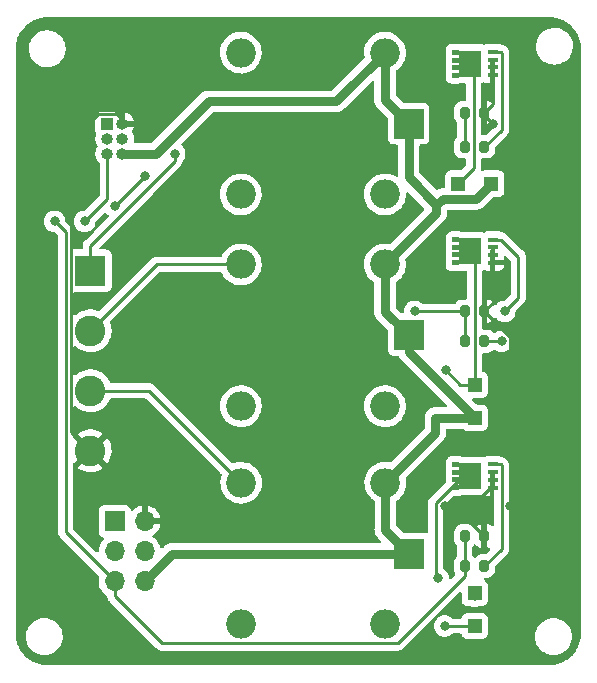
<source format=gbr>
%TF.GenerationSoftware,KiCad,Pcbnew,(6.0.4)*%
%TF.CreationDate,2022-03-29T09:37:11-06:00*%
%TF.ProjectId,luces_status,6c756365-735f-4737-9461-7475732e6b69,rev?*%
%TF.SameCoordinates,Original*%
%TF.FileFunction,Copper,L1,Top*%
%TF.FilePolarity,Positive*%
%FSLAX46Y46*%
G04 Gerber Fmt 4.6, Leading zero omitted, Abs format (unit mm)*
G04 Created by KiCad (PCBNEW (6.0.4)) date 2022-03-29 09:37:11*
%MOMM*%
%LPD*%
G01*
G04 APERTURE LIST*
G04 Aperture macros list*
%AMRoundRect*
0 Rectangle with rounded corners*
0 $1 Rounding radius*
0 $2 $3 $4 $5 $6 $7 $8 $9 X,Y pos of 4 corners*
0 Add a 4 corners polygon primitive as box body*
4,1,4,$2,$3,$4,$5,$6,$7,$8,$9,$2,$3,0*
0 Add four circle primitives for the rounded corners*
1,1,$1+$1,$2,$3*
1,1,$1+$1,$4,$5*
1,1,$1+$1,$6,$7*
1,1,$1+$1,$8,$9*
0 Add four rect primitives between the rounded corners*
20,1,$1+$1,$2,$3,$4,$5,0*
20,1,$1+$1,$4,$5,$6,$7,0*
20,1,$1+$1,$6,$7,$8,$9,0*
20,1,$1+$1,$8,$9,$2,$3,0*%
%AMFreePoly0*
4,1,21,1.545000,0.775000,0.925000,0.775000,0.925000,0.525000,1.545000,0.525000,1.545000,0.125000,0.925000,0.125000,0.925000,-0.125000,1.545000,-0.125000,1.545000,-0.525000,0.925000,-0.525000,0.925000,-0.775000,1.545000,-0.775000,1.545000,-1.175000,0.925000,-1.175000,0.925000,-1.125000,-0.925000,-1.125000,-0.925000,1.125000,0.925000,1.125000,0.925000,1.175000,1.545000,1.175000,
1.545000,0.775000,1.545000,0.775000,$1*%
G04 Aperture macros list end*
%TA.AperFunction,SMDPad,CuDef*%
%ADD10RoundRect,0.200000X-0.200000X-0.275000X0.200000X-0.275000X0.200000X0.275000X-0.200000X0.275000X0*%
%TD*%
%TA.AperFunction,ComponentPad*%
%ADD11R,2.500000X2.500000*%
%TD*%
%TA.AperFunction,ComponentPad*%
%ADD12O,2.500000X2.500000*%
%TD*%
%TA.AperFunction,SMDPad,CuDef*%
%ADD13R,1.200000X1.200000*%
%TD*%
%TA.AperFunction,ComponentPad*%
%ADD14R,2.600000X2.600000*%
%TD*%
%TA.AperFunction,ComponentPad*%
%ADD15C,2.600000*%
%TD*%
%TA.AperFunction,ComponentPad*%
%ADD16R,1.700000X1.700000*%
%TD*%
%TA.AperFunction,ComponentPad*%
%ADD17O,1.700000X1.700000*%
%TD*%
%TA.AperFunction,SMDPad,CuDef*%
%ADD18R,0.830000X0.400000*%
%TD*%
%TA.AperFunction,SMDPad,CuDef*%
%ADD19FreePoly0,180.000000*%
%TD*%
%TA.AperFunction,SMDPad,CuDef*%
%ADD20RoundRect,0.200000X0.200000X0.275000X-0.200000X0.275000X-0.200000X-0.275000X0.200000X-0.275000X0*%
%TD*%
%TA.AperFunction,ComponentPad*%
%ADD21R,1.000000X1.000000*%
%TD*%
%TA.AperFunction,ComponentPad*%
%ADD22O,1.000000X1.000000*%
%TD*%
%TA.AperFunction,ViaPad*%
%ADD23C,0.800000*%
%TD*%
%TA.AperFunction,Conductor*%
%ADD24C,0.250000*%
%TD*%
%TA.AperFunction,Conductor*%
%ADD25C,0.800000*%
%TD*%
G04 APERTURE END LIST*
D10*
%TO.P,R4,1*%
%TO.N,ctrl_naranja*%
X194755000Y-48260000D03*
%TO.P,R4,2*%
%TO.N,GND*%
X196405000Y-48260000D03*
%TD*%
%TO.P,R5,1*%
%TO.N,ctrl_verde*%
X194755000Y-69828957D03*
%TO.P,R5,2*%
%TO.N,Net-(Q3-Pad4)*%
X196405000Y-69828957D03*
%TD*%
D11*
%TO.P,K1,1*%
%TO.N,+12V*%
X189985000Y-32370244D03*
D12*
%TO.P,K1,2*%
X187985000Y-26370244D03*
%TO.P,K1,3*%
%TO.N,led_rojo*%
X175785000Y-26370244D03*
%TO.P,K1,4*%
%TO.N,unconnected-(K1-Pad4)*%
X175785000Y-38370244D03*
%TO.P,K1,5*%
%TO.N,Net-(D1-Pad1)*%
X187985000Y-38370244D03*
%TD*%
D11*
%TO.P,K3,1*%
%TO.N,+12V*%
X190009215Y-68781388D03*
D12*
%TO.P,K3,2*%
X188009215Y-62781388D03*
%TO.P,K3,3*%
%TO.N,led_verde*%
X175809215Y-62781388D03*
%TO.P,K3,4*%
%TO.N,unconnected-(K3-Pad4)*%
X175809215Y-74781388D03*
%TO.P,K3,5*%
%TO.N,Net-(D5-Pad1)*%
X188009215Y-74781388D03*
%TD*%
D13*
%TO.P,D3,1,K*%
%TO.N,Net-(D3-Pad1)*%
X195580000Y-54480000D03*
%TO.P,D3,2,A*%
%TO.N,+12V*%
X195580000Y-57280000D03*
%TD*%
D14*
%TO.P,J3,1,Pin_1*%
%TO.N,led_rojo*%
X163030000Y-44835000D03*
D15*
%TO.P,J3,2,Pin_2*%
%TO.N,led_naranja*%
X163030000Y-49915000D03*
%TO.P,J3,3,Pin_3*%
%TO.N,led_verde*%
X163030000Y-54995000D03*
%TO.P,J3,4,Pin_4*%
%TO.N,GND*%
X163030000Y-60075000D03*
%TD*%
D10*
%TO.P,R2,1*%
%TO.N,ctrl_rojo*%
X194755000Y-31448827D03*
%TO.P,R2,2*%
%TO.N,GND*%
X196405000Y-31448827D03*
%TD*%
D16*
%TO.P,J2,1,Pin_1*%
%TO.N,ctrl_rojo*%
X165100000Y-66040000D03*
D17*
%TO.P,J2,2,Pin_2*%
%TO.N,GND*%
X167640000Y-66040000D03*
%TO.P,J2,3,Pin_3*%
%TO.N,ctrl_naranja*%
X165100000Y-68580000D03*
%TO.P,J2,4,Pin_4*%
%TO.N,unconnected-(J2-Pad4)*%
X167640000Y-68580000D03*
%TO.P,J2,5,Pin_5*%
%TO.N,ctrl_verde*%
X165100000Y-71120000D03*
%TO.P,J2,6,Pin_6*%
%TO.N,+12V*%
X167640000Y-71120000D03*
%TD*%
D18*
%TO.P,Q1,1,S*%
%TO.N,GND*%
X197115000Y-28265244D03*
%TO.P,Q1,2,S*%
X197115000Y-27615244D03*
%TO.P,Q1,3,S*%
X197115000Y-26965244D03*
%TO.P,Q1,4,G*%
%TO.N,Net-(Q1-Pad4)*%
X197115000Y-26315244D03*
D19*
%TO.P,Q1,5,D*%
%TO.N,Net-(D1-Pad1)*%
X195175000Y-27290244D03*
%TD*%
D10*
%TO.P,R1,1*%
%TO.N,ctrl_rojo*%
X194755000Y-34342659D03*
%TO.P,R1,2*%
%TO.N,Net-(Q1-Pad4)*%
X196405000Y-34342659D03*
%TD*%
D13*
%TO.P,D5,1,K*%
%TO.N,Net-(D5-Pad1)*%
X195580000Y-74908957D03*
%TO.P,D5,2,A*%
%TO.N,+12V*%
X195580000Y-72108957D03*
%TD*%
D18*
%TO.P,Q2,1,S*%
%TO.N,GND*%
X197115000Y-44155000D03*
%TO.P,Q2,2,S*%
X197115000Y-43505000D03*
%TO.P,Q2,3,S*%
X197115000Y-42855000D03*
%TO.P,Q2,4,G*%
%TO.N,Net-(Q2-Pad4)*%
X197115000Y-42205000D03*
D19*
%TO.P,Q2,5,D*%
%TO.N,Net-(D3-Pad1)*%
X195175000Y-43180000D03*
%TD*%
D18*
%TO.P,Q3,1,S*%
%TO.N,GND*%
X197115000Y-63183957D03*
%TO.P,Q3,2,S*%
X197115000Y-62533957D03*
%TO.P,Q3,3,S*%
X197115000Y-61883957D03*
%TO.P,Q3,4,G*%
%TO.N,Net-(Q3-Pad4)*%
X197115000Y-61233957D03*
D19*
%TO.P,Q3,5,D*%
%TO.N,Net-(D5-Pad1)*%
X195175000Y-62208957D03*
%TD*%
D20*
%TO.P,R6,1*%
%TO.N,GND*%
X196405000Y-67288957D03*
%TO.P,R6,2*%
%TO.N,ctrl_verde*%
X194755000Y-67288957D03*
%TD*%
D13*
%TO.P,D1,1,K*%
%TO.N,Net-(D1-Pad1)*%
X194180000Y-37450244D03*
%TO.P,D1,2,A*%
%TO.N,+12V*%
X196980000Y-37450244D03*
%TD*%
D21*
%TO.P,J1,1,Pin_1*%
%TO.N,ctrl_rojo*%
X164475000Y-32385000D03*
D22*
%TO.P,J1,2,Pin_2*%
%TO.N,GND*%
X165745000Y-32385000D03*
%TO.P,J1,3,Pin_3*%
%TO.N,ctrl_naranja*%
X164475000Y-33655000D03*
%TO.P,J1,4,Pin_4*%
%TO.N,unconnected-(J1-Pad4)*%
X165745000Y-33655000D03*
%TO.P,J1,5,Pin_5*%
%TO.N,ctrl_verde*%
X164475000Y-34925000D03*
%TO.P,J1,6,Pin_6*%
%TO.N,+12V*%
X165745000Y-34925000D03*
%TD*%
D11*
%TO.P,K2,1*%
%TO.N,+12V*%
X189985000Y-50295000D03*
D12*
%TO.P,K2,2*%
X187985000Y-44295000D03*
%TO.P,K2,3*%
%TO.N,led_naranja*%
X175785000Y-44295000D03*
%TO.P,K2,4*%
%TO.N,unconnected-(K2-Pad4)*%
X175785000Y-56295000D03*
%TO.P,K2,5*%
%TO.N,Net-(D3-Pad1)*%
X187985000Y-56295000D03*
%TD*%
D10*
%TO.P,R3,1*%
%TO.N,ctrl_naranja*%
X194755000Y-50800000D03*
%TO.P,R3,2*%
%TO.N,Net-(Q2-Pad4)*%
X196405000Y-50800000D03*
%TD*%
D23*
%TO.N,Net-(D1-Pad1)*%
X194180000Y-37450244D03*
%TO.N,Net-(D3-Pad1)*%
X193117464Y-53262536D03*
%TO.N,Net-(D5-Pad1)*%
X193040000Y-74908957D03*
X192489321Y-70833206D03*
%TO.N,+12V*%
X195580000Y-72390000D03*
%TO.N,GND*%
X198120000Y-45720000D03*
X197130011Y-32370244D03*
X198579011Y-64748957D03*
X197115000Y-46725000D03*
X193040000Y-64748957D03*
%TO.N,ctrl_rojo*%
X194755000Y-34342659D03*
X167640000Y-36830000D03*
X165100000Y-39370000D03*
%TO.N,ctrl_naranja*%
X190500000Y-48260000D03*
%TO.N,ctrl_verde*%
X162560000Y-40640000D03*
X160020000Y-40640000D03*
%TO.N,led_rojo*%
X170180000Y-34910244D03*
%TO.N,Net-(Q2-Pad4)*%
X198120000Y-48260000D03*
X197854511Y-50800000D03*
%TD*%
D24*
%TO.N,Net-(D1-Pad1)*%
X195479520Y-36150724D02*
X194180000Y-37450244D01*
X195175000Y-27290244D02*
X195479520Y-27594764D01*
X195479520Y-27594764D02*
X195479520Y-36150724D01*
%TO.N,Net-(D3-Pad1)*%
X193117464Y-53262536D02*
X194334928Y-54480000D01*
X195175000Y-43180000D02*
X195580000Y-43585000D01*
X194334928Y-54480000D02*
X195580000Y-54480000D01*
X195580000Y-43585000D02*
X195580000Y-54480000D01*
%TO.N,Net-(D5-Pad1)*%
X192262536Y-70606421D02*
X192489321Y-70833206D01*
X194555386Y-62208957D02*
X192262536Y-64501807D01*
X195175000Y-62208957D02*
X194555386Y-62208957D01*
X192262536Y-64501807D02*
X192262536Y-70606421D01*
X195580000Y-74908957D02*
X193040000Y-74908957D01*
D25*
%TO.N,+12V*%
X195580000Y-57280000D02*
X192261646Y-57280000D01*
X183875244Y-30480000D02*
X187985000Y-26370244D01*
X192880489Y-38749755D02*
X195680489Y-38749755D01*
X187985000Y-26370244D02*
X187985000Y-30370244D01*
X183875244Y-30480000D02*
X173055300Y-30480000D01*
X192261646Y-58528957D02*
X188009215Y-62781388D01*
X189985000Y-51685000D02*
X195580000Y-57280000D01*
X192340000Y-39940000D02*
X187985000Y-44295000D01*
X195680489Y-38749755D02*
X196980000Y-37450244D01*
X192261646Y-57280000D02*
X192261646Y-58528957D01*
X168610300Y-34925000D02*
X165745000Y-34925000D01*
X189985000Y-32370244D02*
X189985000Y-36935244D01*
X187985000Y-44295000D02*
X187985000Y-48295000D01*
X188009215Y-66781388D02*
X190009215Y-68781388D01*
X189985000Y-36935244D02*
X192340000Y-39290244D01*
X169978612Y-68781388D02*
X190009215Y-68781388D01*
X192340000Y-39290244D02*
X192880489Y-38749755D01*
X187985000Y-30370244D02*
X189985000Y-32370244D01*
X192340000Y-39290244D02*
X192340000Y-39940000D01*
X187985000Y-48295000D02*
X189985000Y-50295000D01*
X173055300Y-30480000D02*
X168610300Y-34925000D01*
X188009215Y-62781388D02*
X188009215Y-66781388D01*
X189985000Y-50295000D02*
X189985000Y-51685000D01*
X167640000Y-71120000D02*
X169978612Y-68781388D01*
D24*
%TO.N,GND*%
X197115000Y-63183957D02*
X196900000Y-63183957D01*
X195335000Y-64748957D02*
X193865000Y-64748957D01*
X196405000Y-48260000D02*
X198579011Y-50434011D01*
X163650489Y-31560489D02*
X161405489Y-33805489D01*
X196405000Y-48260000D02*
X197115000Y-47550000D01*
X198120000Y-45720000D02*
X197115000Y-46725000D01*
X198579011Y-50434011D02*
X198579011Y-64748957D01*
X197115000Y-42855000D02*
X197115000Y-44155000D01*
X197115000Y-47550000D02*
X197115000Y-46725000D01*
X197115000Y-46725000D02*
X197115000Y-44155000D01*
X163030000Y-60075000D02*
X167640000Y-64685000D01*
X193865000Y-64748957D02*
X196405000Y-67288957D01*
X197115000Y-30738827D02*
X196405000Y-31448827D01*
X196405000Y-31645233D02*
X197130011Y-32370244D01*
X197115000Y-26965244D02*
X197115000Y-28265244D01*
X167640000Y-64685000D02*
X167640000Y-66040000D01*
X196405000Y-31448827D02*
X196405000Y-31645233D01*
X161405489Y-33805489D02*
X161405489Y-58450489D01*
X193040000Y-64748957D02*
X193865000Y-64748957D01*
X165745000Y-32005978D02*
X165299511Y-31560489D01*
X165299511Y-31560489D02*
X163650489Y-31560489D01*
X197115000Y-28265244D02*
X197115000Y-30738827D01*
X196900000Y-63183957D02*
X195335000Y-64748957D01*
X161405489Y-58450489D02*
X163030000Y-60075000D01*
X165745000Y-32385000D02*
X165745000Y-32005978D01*
X197115000Y-63183957D02*
X197115000Y-61883957D01*
%TO.N,ctrl_rojo*%
X167640000Y-36830000D02*
X165100000Y-39370000D01*
X194755000Y-34342659D02*
X194755000Y-31448827D01*
%TO.N,ctrl_naranja*%
X194755000Y-48260000D02*
X190500000Y-48260000D01*
X194755000Y-48260000D02*
X194755000Y-50800000D01*
%TO.N,ctrl_verde*%
X165100000Y-71120000D02*
X165100000Y-72368957D01*
X165100000Y-71120000D02*
X160955969Y-66975969D01*
X194755000Y-70653957D02*
X194755000Y-69828957D01*
X164475000Y-38725000D02*
X164475000Y-34925000D01*
X194755000Y-67288957D02*
X194755000Y-69828957D01*
X162560000Y-40640000D02*
X164475000Y-38725000D01*
X160955969Y-66975969D02*
X160955969Y-41575969D01*
X169086942Y-76355899D02*
X189053058Y-76355899D01*
X165100000Y-72368957D02*
X169086942Y-76355899D01*
X189053058Y-76355899D02*
X194755000Y-70653957D01*
X160955969Y-41575969D02*
X160020000Y-40640000D01*
%TO.N,led_rojo*%
X170180000Y-35560000D02*
X170180000Y-34910244D01*
X163030000Y-42710000D02*
X163030000Y-44835000D01*
X163030000Y-42710000D02*
X170180000Y-35560000D01*
%TO.N,led_naranja*%
X168650000Y-44295000D02*
X175785000Y-44295000D01*
X163030000Y-49915000D02*
X168650000Y-44295000D01*
%TO.N,led_verde*%
X163030000Y-54995000D02*
X168022827Y-54995000D01*
X168022827Y-54995000D02*
X175809215Y-62781388D01*
%TO.N,Net-(Q1-Pad4)*%
X197854511Y-26389755D02*
X197780000Y-26315244D01*
X196405000Y-34342659D02*
X197854511Y-32893148D01*
X197854511Y-32893148D02*
X197854511Y-26389755D01*
X197780000Y-26315244D02*
X197115000Y-26315244D01*
%TO.N,Net-(Q2-Pad4)*%
X199272627Y-43635460D02*
X199272627Y-47107373D01*
X197780000Y-42205000D02*
X199210460Y-43635460D01*
X199210460Y-43635460D02*
X199272627Y-43635460D01*
X197854511Y-50800000D02*
X196405000Y-50800000D01*
X197115000Y-42205000D02*
X197780000Y-42205000D01*
X199272627Y-47107373D02*
X198120000Y-48260000D01*
%TO.N,Net-(Q3-Pad4)*%
X197854511Y-68379446D02*
X197854511Y-61308468D01*
X197854511Y-61308468D02*
X197780000Y-61233957D01*
X196405000Y-69828957D02*
X197854511Y-68379446D01*
X197780000Y-61233957D02*
X197115000Y-61233957D01*
%TD*%
%TA.AperFunction,Conductor*%
%TO.N,GND*%
G36*
X201900018Y-23370000D02*
G01*
X201914851Y-23372310D01*
X201914855Y-23372310D01*
X201923724Y-23373691D01*
X201932626Y-23372527D01*
X201932628Y-23372527D01*
X201936936Y-23371963D01*
X201941720Y-23371338D01*
X201965117Y-23370472D01*
X202221492Y-23384869D01*
X202235524Y-23386450D01*
X202375953Y-23410311D01*
X202516376Y-23434170D01*
X202530151Y-23437314D01*
X202803891Y-23516177D01*
X202817228Y-23520844D01*
X203080418Y-23629861D01*
X203093148Y-23635992D01*
X203342468Y-23773786D01*
X203354432Y-23781303D01*
X203586762Y-23946149D01*
X203597810Y-23954959D01*
X203810224Y-24144785D01*
X203820215Y-24154776D01*
X203908939Y-24254057D01*
X204010041Y-24367190D01*
X204018850Y-24378236D01*
X204051019Y-24423575D01*
X204183697Y-24610568D01*
X204191214Y-24622532D01*
X204329008Y-24871852D01*
X204335139Y-24884582D01*
X204444156Y-25147772D01*
X204448823Y-25161109D01*
X204527686Y-25434849D01*
X204530830Y-25448624D01*
X204541688Y-25512526D01*
X204572717Y-25695145D01*
X204578549Y-25729471D01*
X204580131Y-25743513D01*
X204594118Y-25992593D01*
X204592817Y-26019036D01*
X204592690Y-26019849D01*
X204592690Y-26019855D01*
X204591309Y-26028724D01*
X204592473Y-26037626D01*
X204592473Y-26037628D01*
X204593618Y-26046380D01*
X204595333Y-26059492D01*
X204595436Y-26060283D01*
X204596500Y-26076621D01*
X204596500Y-75515633D01*
X204595000Y-75535018D01*
X204592690Y-75549851D01*
X204592690Y-75549855D01*
X204591309Y-75558724D01*
X204593136Y-75572692D01*
X204593662Y-75576716D01*
X204594528Y-75600117D01*
X204584476Y-75779123D01*
X204580131Y-75856488D01*
X204578550Y-75870524D01*
X204569042Y-75926482D01*
X204530830Y-76151376D01*
X204527686Y-76165151D01*
X204448823Y-76438891D01*
X204444156Y-76452228D01*
X204335139Y-76715418D01*
X204329008Y-76728148D01*
X204191214Y-76977468D01*
X204183697Y-76989432D01*
X204018851Y-77221762D01*
X204010042Y-77232808D01*
X203894772Y-77361795D01*
X203820215Y-77445224D01*
X203810224Y-77455215D01*
X203597810Y-77645041D01*
X203586762Y-77653851D01*
X203354432Y-77818697D01*
X203342468Y-77826214D01*
X203093148Y-77964008D01*
X203080418Y-77970139D01*
X202817228Y-78079156D01*
X202803891Y-78083823D01*
X202530151Y-78162686D01*
X202516376Y-78165830D01*
X202375953Y-78189689D01*
X202235524Y-78213550D01*
X202221490Y-78215131D01*
X202152407Y-78219010D01*
X201972407Y-78229118D01*
X201945964Y-78227817D01*
X201945151Y-78227690D01*
X201945145Y-78227690D01*
X201936276Y-78226309D01*
X201927374Y-78227473D01*
X201927372Y-78227473D01*
X201912323Y-78229441D01*
X201904714Y-78230436D01*
X201888379Y-78231500D01*
X159434367Y-78231500D01*
X159414982Y-78230000D01*
X159400149Y-78227690D01*
X159400145Y-78227690D01*
X159391276Y-78226309D01*
X159382374Y-78227473D01*
X159382372Y-78227473D01*
X159378064Y-78228037D01*
X159373280Y-78228662D01*
X159349883Y-78229528D01*
X159093508Y-78215131D01*
X159079476Y-78213550D01*
X158939048Y-78189690D01*
X158798624Y-78165830D01*
X158784849Y-78162686D01*
X158511109Y-78083823D01*
X158497772Y-78079156D01*
X158234582Y-77970139D01*
X158221852Y-77964008D01*
X157972532Y-77826214D01*
X157960568Y-77818697D01*
X157728238Y-77653851D01*
X157717190Y-77645041D01*
X157504776Y-77455215D01*
X157494785Y-77445224D01*
X157420228Y-77361795D01*
X157304958Y-77232808D01*
X157296149Y-77221762D01*
X157131303Y-76989432D01*
X157123786Y-76977468D01*
X156985992Y-76728148D01*
X156979861Y-76715418D01*
X156870844Y-76452228D01*
X156866177Y-76438891D01*
X156787314Y-76165151D01*
X156784170Y-76151376D01*
X156745958Y-75926482D01*
X156736450Y-75870524D01*
X156735031Y-75857927D01*
X157570774Y-75857927D01*
X157571355Y-75862947D01*
X157571355Y-75862951D01*
X157573050Y-75877599D01*
X157599600Y-76107058D01*
X157600979Y-76111932D01*
X157600980Y-76111936D01*
X157639918Y-76249540D01*
X157667886Y-76348376D01*
X157670020Y-76352951D01*
X157670022Y-76352958D01*
X157771739Y-76571090D01*
X157773876Y-76575672D01*
X157776718Y-76579853D01*
X157776718Y-76579854D01*
X157911997Y-76778911D01*
X157912000Y-76778915D01*
X157914843Y-76783098D01*
X157918320Y-76786775D01*
X157918321Y-76786776D01*
X158018630Y-76892850D01*
X158087159Y-76965318D01*
X158091185Y-76968396D01*
X158091186Y-76968397D01*
X158282373Y-77114571D01*
X158282377Y-77114574D01*
X158286393Y-77117644D01*
X158507418Y-77236156D01*
X158512199Y-77237802D01*
X158512203Y-77237804D01*
X158702951Y-77303484D01*
X158744548Y-77317807D01*
X158848081Y-77335690D01*
X158987772Y-77359819D01*
X158987778Y-77359820D01*
X158991682Y-77360494D01*
X158995643Y-77360674D01*
X158995644Y-77360674D01*
X159020323Y-77361795D01*
X159020342Y-77361795D01*
X159021742Y-77361859D01*
X159196407Y-77361859D01*
X159198915Y-77361657D01*
X159198920Y-77361657D01*
X159378336Y-77347222D01*
X159378341Y-77347221D01*
X159383377Y-77346816D01*
X159388285Y-77345611D01*
X159388288Y-77345610D01*
X159622017Y-77288200D01*
X159626931Y-77286993D01*
X159631583Y-77285018D01*
X159631587Y-77285017D01*
X159853133Y-77190976D01*
X159853134Y-77190976D01*
X159857788Y-77189000D01*
X160070007Y-77055359D01*
X160258130Y-76889506D01*
X160417316Y-76695710D01*
X160543470Y-76478955D01*
X160633347Y-76244820D01*
X160652869Y-76151376D01*
X160683598Y-76004280D01*
X160684633Y-75999326D01*
X160686439Y-75959572D01*
X160690731Y-75865038D01*
X160696010Y-75748791D01*
X160692957Y-75722399D01*
X160680115Y-75611417D01*
X160667184Y-75499660D01*
X160635809Y-75388781D01*
X160600276Y-75263211D01*
X160600275Y-75263209D01*
X160598898Y-75258342D01*
X160596764Y-75253767D01*
X160596762Y-75253760D01*
X160495045Y-75035628D01*
X160495043Y-75035624D01*
X160492908Y-75031046D01*
X160414398Y-74915522D01*
X160354787Y-74827807D01*
X160354784Y-74827803D01*
X160351941Y-74823620D01*
X160251317Y-74717212D01*
X160183105Y-74645080D01*
X160179625Y-74641400D01*
X160109952Y-74588131D01*
X159984411Y-74492147D01*
X159984407Y-74492144D01*
X159980391Y-74489074D01*
X159963144Y-74479826D01*
X159763827Y-74372954D01*
X159759366Y-74370562D01*
X159754585Y-74368916D01*
X159754581Y-74368914D01*
X159527025Y-74290560D01*
X159522236Y-74288911D01*
X159363293Y-74261457D01*
X159279012Y-74246899D01*
X159279006Y-74246898D01*
X159275102Y-74246224D01*
X159271141Y-74246044D01*
X159271140Y-74246044D01*
X159246461Y-74244923D01*
X159246442Y-74244923D01*
X159245042Y-74244859D01*
X159070377Y-74244859D01*
X159067869Y-74245061D01*
X159067864Y-74245061D01*
X158888448Y-74259496D01*
X158888443Y-74259497D01*
X158883407Y-74259902D01*
X158878499Y-74261107D01*
X158878496Y-74261108D01*
X158646718Y-74318039D01*
X158639853Y-74319725D01*
X158635201Y-74321700D01*
X158635197Y-74321701D01*
X158516670Y-74372013D01*
X158408996Y-74417718D01*
X158317762Y-74475171D01*
X158208962Y-74543686D01*
X158196777Y-74551359D01*
X158008654Y-74717212D01*
X157849468Y-74911008D01*
X157723314Y-75127763D01*
X157633437Y-75361898D01*
X157632404Y-75366844D01*
X157632402Y-75366850D01*
X157595259Y-75544648D01*
X157582151Y-75607392D01*
X157581922Y-75612441D01*
X157581921Y-75612447D01*
X157581275Y-75626672D01*
X157570774Y-75857927D01*
X156735031Y-75857927D01*
X156734869Y-75856488D01*
X156730525Y-75779123D01*
X156721089Y-75611100D01*
X156722411Y-75587208D01*
X156722334Y-75587201D01*
X156722537Y-75584937D01*
X156722637Y-75583131D01*
X156722770Y-75582342D01*
X156723576Y-75577552D01*
X156723729Y-75565000D01*
X156719773Y-75537376D01*
X156718500Y-75519514D01*
X156718500Y-40640000D01*
X159106496Y-40640000D01*
X159126458Y-40829928D01*
X159185473Y-41011556D01*
X159280960Y-41176944D01*
X159285378Y-41181851D01*
X159285379Y-41181852D01*
X159388524Y-41296406D01*
X159408747Y-41318866D01*
X159563248Y-41431118D01*
X159569276Y-41433802D01*
X159569278Y-41433803D01*
X159731681Y-41506109D01*
X159737712Y-41508794D01*
X159819643Y-41526209D01*
X159918056Y-41547128D01*
X159918061Y-41547128D01*
X159924513Y-41548500D01*
X159980405Y-41548500D01*
X160048526Y-41568502D01*
X160069500Y-41585405D01*
X160285564Y-41801469D01*
X160319590Y-41863781D01*
X160322469Y-41890564D01*
X160322469Y-66897202D01*
X160321942Y-66908385D01*
X160320267Y-66915878D01*
X160320516Y-66923804D01*
X160320516Y-66923805D01*
X160322407Y-66983955D01*
X160322469Y-66987914D01*
X160322469Y-67015825D01*
X160322966Y-67019759D01*
X160322966Y-67019760D01*
X160322974Y-67019825D01*
X160323907Y-67031662D01*
X160325296Y-67075858D01*
X160330947Y-67095308D01*
X160334956Y-67114669D01*
X160337495Y-67134766D01*
X160340414Y-67142137D01*
X160340414Y-67142139D01*
X160353773Y-67175881D01*
X160357618Y-67187111D01*
X160366582Y-67217967D01*
X160369951Y-67229562D01*
X160373984Y-67236381D01*
X160373986Y-67236386D01*
X160380262Y-67246997D01*
X160388957Y-67264745D01*
X160396417Y-67283586D01*
X160401079Y-67290002D01*
X160401079Y-67290003D01*
X160422405Y-67319356D01*
X160428921Y-67329276D01*
X160437492Y-67343768D01*
X160451427Y-67367331D01*
X160465748Y-67381652D01*
X160478588Y-67396685D01*
X160490497Y-67413076D01*
X160507541Y-67427176D01*
X160524574Y-67441267D01*
X160533353Y-67449257D01*
X163749777Y-70665682D01*
X163783803Y-70727994D01*
X163782100Y-70788446D01*
X163760989Y-70864570D01*
X163737251Y-71086695D01*
X163737548Y-71091848D01*
X163737548Y-71091851D01*
X163746959Y-71255066D01*
X163750110Y-71309715D01*
X163751247Y-71314761D01*
X163751248Y-71314767D01*
X163762441Y-71364432D01*
X163799222Y-71527639D01*
X163883266Y-71734616D01*
X163932748Y-71815364D01*
X163997291Y-71920688D01*
X163999987Y-71925088D01*
X164146250Y-72093938D01*
X164318126Y-72236632D01*
X164397938Y-72283270D01*
X164404070Y-72286853D01*
X164452794Y-72338491D01*
X164466500Y-72395641D01*
X164466500Y-72408813D01*
X164466997Y-72412747D01*
X164466997Y-72412748D01*
X164467005Y-72412813D01*
X164467938Y-72424650D01*
X164469327Y-72468846D01*
X164473022Y-72481564D01*
X164474978Y-72488296D01*
X164478987Y-72507657D01*
X164481526Y-72527754D01*
X164484445Y-72535125D01*
X164484445Y-72535127D01*
X164497804Y-72568869D01*
X164501649Y-72580099D01*
X164513982Y-72622550D01*
X164518015Y-72629369D01*
X164518017Y-72629374D01*
X164524293Y-72639985D01*
X164532988Y-72657733D01*
X164540448Y-72676574D01*
X164545110Y-72682990D01*
X164545110Y-72682991D01*
X164566436Y-72712344D01*
X164572952Y-72722264D01*
X164595458Y-72760319D01*
X164609779Y-72774640D01*
X164622619Y-72789673D01*
X164634528Y-72806064D01*
X164640634Y-72811115D01*
X164668605Y-72834255D01*
X164677384Y-72842245D01*
X168583285Y-76748146D01*
X168590829Y-76756436D01*
X168594942Y-76762917D01*
X168600719Y-76768342D01*
X168644609Y-76809557D01*
X168647451Y-76812312D01*
X168667172Y-76832033D01*
X168670367Y-76834511D01*
X168679389Y-76842217D01*
X168711621Y-76872485D01*
X168718570Y-76876305D01*
X168729374Y-76882245D01*
X168745898Y-76893098D01*
X168761901Y-76905512D01*
X168802485Y-76923075D01*
X168813115Y-76928282D01*
X168851882Y-76949594D01*
X168859559Y-76951565D01*
X168859564Y-76951567D01*
X168871500Y-76954631D01*
X168890208Y-76961036D01*
X168908797Y-76969080D01*
X168916622Y-76970319D01*
X168916624Y-76970320D01*
X168952461Y-76975996D01*
X168964082Y-76978403D01*
X168995901Y-76986572D01*
X169006912Y-76989399D01*
X169027173Y-76989399D01*
X169046882Y-76990950D01*
X169066885Y-76994118D01*
X169074777Y-76993372D01*
X169080004Y-76992878D01*
X169110896Y-76989958D01*
X169122753Y-76989399D01*
X188974291Y-76989399D01*
X188985474Y-76989926D01*
X188992967Y-76991601D01*
X189000893Y-76991352D01*
X189000894Y-76991352D01*
X189061044Y-76989461D01*
X189065003Y-76989399D01*
X189092914Y-76989399D01*
X189096849Y-76988902D01*
X189096914Y-76988894D01*
X189108751Y-76987961D01*
X189141009Y-76986947D01*
X189145028Y-76986821D01*
X189152947Y-76986572D01*
X189172401Y-76980920D01*
X189191758Y-76976912D01*
X189203988Y-76975367D01*
X189203989Y-76975367D01*
X189211855Y-76974373D01*
X189219226Y-76971454D01*
X189219228Y-76971454D01*
X189252970Y-76958095D01*
X189264200Y-76954250D01*
X189299041Y-76944128D01*
X189299042Y-76944128D01*
X189306651Y-76941917D01*
X189313470Y-76937884D01*
X189313475Y-76937882D01*
X189324086Y-76931606D01*
X189341834Y-76922911D01*
X189360675Y-76915451D01*
X189381045Y-76900652D01*
X189396445Y-76889463D01*
X189406365Y-76882947D01*
X189437593Y-76864479D01*
X189437596Y-76864477D01*
X189444420Y-76860441D01*
X189458741Y-76846120D01*
X189473775Y-76833279D01*
X189475490Y-76832033D01*
X189490165Y-76821371D01*
X189518356Y-76787294D01*
X189526346Y-76778515D01*
X191395904Y-74908957D01*
X192126496Y-74908957D01*
X192127186Y-74915522D01*
X192139810Y-75035628D01*
X192146458Y-75098885D01*
X192205473Y-75280513D01*
X192300960Y-75445901D01*
X192305378Y-75450808D01*
X192305379Y-75450809D01*
X192383324Y-75537376D01*
X192428747Y-75587823D01*
X192583248Y-75700075D01*
X192589276Y-75702759D01*
X192589278Y-75702760D01*
X192681382Y-75743767D01*
X192757712Y-75777751D01*
X192851113Y-75797604D01*
X192938056Y-75816085D01*
X192938061Y-75816085D01*
X192944513Y-75817457D01*
X193135487Y-75817457D01*
X193141939Y-75816085D01*
X193141944Y-75816085D01*
X193228887Y-75797604D01*
X193322288Y-75777751D01*
X193398618Y-75743767D01*
X193490722Y-75702760D01*
X193490724Y-75702759D01*
X193496752Y-75700075D01*
X193651253Y-75587823D01*
X193655668Y-75582920D01*
X193660580Y-75578497D01*
X193661705Y-75579746D01*
X193715014Y-75546906D01*
X193748200Y-75542457D01*
X194362130Y-75542457D01*
X194430251Y-75562459D01*
X194476744Y-75616115D01*
X194480112Y-75624227D01*
X194503080Y-75685494D01*
X194529385Y-75755662D01*
X194616739Y-75872218D01*
X194733295Y-75959572D01*
X194869684Y-76010702D01*
X194931866Y-76017457D01*
X196228134Y-76017457D01*
X196290316Y-76010702D01*
X196426705Y-75959572D01*
X196543261Y-75872218D01*
X196553972Y-75857927D01*
X200693156Y-75857927D01*
X200693737Y-75862947D01*
X200693737Y-75862951D01*
X200695432Y-75877599D01*
X200721982Y-76107058D01*
X200723361Y-76111932D01*
X200723362Y-76111936D01*
X200762300Y-76249540D01*
X200790268Y-76348376D01*
X200792402Y-76352951D01*
X200792404Y-76352958D01*
X200894121Y-76571090D01*
X200896258Y-76575672D01*
X200899100Y-76579853D01*
X200899100Y-76579854D01*
X201034379Y-76778911D01*
X201034382Y-76778915D01*
X201037225Y-76783098D01*
X201040702Y-76786775D01*
X201040703Y-76786776D01*
X201141012Y-76892850D01*
X201209541Y-76965318D01*
X201213567Y-76968396D01*
X201213568Y-76968397D01*
X201404755Y-77114571D01*
X201404759Y-77114574D01*
X201408775Y-77117644D01*
X201629800Y-77236156D01*
X201634581Y-77237802D01*
X201634585Y-77237804D01*
X201825333Y-77303484D01*
X201866930Y-77317807D01*
X201970463Y-77335690D01*
X202110154Y-77359819D01*
X202110160Y-77359820D01*
X202114064Y-77360494D01*
X202118025Y-77360674D01*
X202118026Y-77360674D01*
X202142705Y-77361795D01*
X202142724Y-77361795D01*
X202144124Y-77361859D01*
X202318789Y-77361859D01*
X202321297Y-77361657D01*
X202321302Y-77361657D01*
X202500718Y-77347222D01*
X202500723Y-77347221D01*
X202505759Y-77346816D01*
X202510667Y-77345611D01*
X202510670Y-77345610D01*
X202744399Y-77288200D01*
X202749313Y-77286993D01*
X202753965Y-77285018D01*
X202753969Y-77285017D01*
X202975515Y-77190976D01*
X202975516Y-77190976D01*
X202980170Y-77189000D01*
X203192389Y-77055359D01*
X203380512Y-76889506D01*
X203539698Y-76695710D01*
X203665852Y-76478955D01*
X203755729Y-76244820D01*
X203775251Y-76151376D01*
X203805980Y-76004280D01*
X203807015Y-75999326D01*
X203808821Y-75959572D01*
X203813113Y-75865038D01*
X203818392Y-75748791D01*
X203815339Y-75722399D01*
X203802497Y-75611417D01*
X203789566Y-75499660D01*
X203758191Y-75388781D01*
X203722658Y-75263211D01*
X203722657Y-75263209D01*
X203721280Y-75258342D01*
X203719146Y-75253767D01*
X203719144Y-75253760D01*
X203617427Y-75035628D01*
X203617425Y-75035624D01*
X203615290Y-75031046D01*
X203536780Y-74915522D01*
X203477169Y-74827807D01*
X203477166Y-74827803D01*
X203474323Y-74823620D01*
X203373699Y-74717212D01*
X203305487Y-74645080D01*
X203302007Y-74641400D01*
X203232334Y-74588131D01*
X203106793Y-74492147D01*
X203106789Y-74492144D01*
X203102773Y-74489074D01*
X203085526Y-74479826D01*
X202886209Y-74372954D01*
X202881748Y-74370562D01*
X202876967Y-74368916D01*
X202876963Y-74368914D01*
X202649407Y-74290560D01*
X202644618Y-74288911D01*
X202485675Y-74261457D01*
X202401394Y-74246899D01*
X202401388Y-74246898D01*
X202397484Y-74246224D01*
X202393523Y-74246044D01*
X202393522Y-74246044D01*
X202368843Y-74244923D01*
X202368824Y-74244923D01*
X202367424Y-74244859D01*
X202192759Y-74244859D01*
X202190251Y-74245061D01*
X202190246Y-74245061D01*
X202010830Y-74259496D01*
X202010825Y-74259497D01*
X202005789Y-74259902D01*
X202000881Y-74261107D01*
X202000878Y-74261108D01*
X201769100Y-74318039D01*
X201762235Y-74319725D01*
X201757583Y-74321700D01*
X201757579Y-74321701D01*
X201639052Y-74372013D01*
X201531378Y-74417718D01*
X201440144Y-74475171D01*
X201331344Y-74543686D01*
X201319159Y-74551359D01*
X201131036Y-74717212D01*
X200971850Y-74911008D01*
X200845696Y-75127763D01*
X200755819Y-75361898D01*
X200754786Y-75366844D01*
X200754784Y-75366850D01*
X200717641Y-75544648D01*
X200704533Y-75607392D01*
X200704304Y-75612441D01*
X200704303Y-75612447D01*
X200703657Y-75626672D01*
X200693156Y-75857927D01*
X196553972Y-75857927D01*
X196630615Y-75755662D01*
X196681745Y-75619273D01*
X196688500Y-75557091D01*
X196688500Y-74260823D01*
X196681745Y-74198641D01*
X196630615Y-74062252D01*
X196543261Y-73945696D01*
X196426705Y-73858342D01*
X196290316Y-73807212D01*
X196228134Y-73800457D01*
X194931866Y-73800457D01*
X194869684Y-73807212D01*
X194733295Y-73858342D01*
X194616739Y-73945696D01*
X194529385Y-74062252D01*
X194526233Y-74070660D01*
X194480112Y-74193687D01*
X194437470Y-74250451D01*
X194370909Y-74275151D01*
X194362130Y-74275457D01*
X193748200Y-74275457D01*
X193680079Y-74255455D01*
X193660853Y-74239114D01*
X193660580Y-74239417D01*
X193655668Y-74234994D01*
X193651253Y-74230091D01*
X193496752Y-74117839D01*
X193490724Y-74115155D01*
X193490722Y-74115154D01*
X193328319Y-74042848D01*
X193328318Y-74042848D01*
X193322288Y-74040163D01*
X193218749Y-74018155D01*
X193141944Y-74001829D01*
X193141939Y-74001829D01*
X193135487Y-74000457D01*
X192944513Y-74000457D01*
X192938061Y-74001829D01*
X192938056Y-74001829D01*
X192861251Y-74018155D01*
X192757712Y-74040163D01*
X192751682Y-74042848D01*
X192751681Y-74042848D01*
X192589278Y-74115154D01*
X192589276Y-74115155D01*
X192583248Y-74117839D01*
X192577907Y-74121719D01*
X192577906Y-74121720D01*
X192429515Y-74229533D01*
X192423450Y-74231697D01*
X192409229Y-74251768D01*
X192402271Y-74259496D01*
X192374301Y-74290560D01*
X192300960Y-74372013D01*
X192244020Y-74470636D01*
X192215095Y-74520736D01*
X192205473Y-74537401D01*
X192146458Y-74719029D01*
X192145768Y-74725590D01*
X192145768Y-74725592D01*
X192130204Y-74873679D01*
X192126496Y-74908957D01*
X191395904Y-74908957D01*
X192226498Y-74078363D01*
X192249852Y-74065611D01*
X192255674Y-74050656D01*
X192266359Y-74038502D01*
X194256405Y-72048456D01*
X194318717Y-72014430D01*
X194389532Y-72019495D01*
X194446368Y-72062042D01*
X194471179Y-72128562D01*
X194471500Y-72137551D01*
X194471500Y-72757091D01*
X194478255Y-72819273D01*
X194529385Y-72955662D01*
X194616739Y-73072218D01*
X194733295Y-73159572D01*
X194869684Y-73210702D01*
X194931866Y-73217457D01*
X195178084Y-73217457D01*
X195229332Y-73228350D01*
X195291677Y-73256108D01*
X195291685Y-73256111D01*
X195297712Y-73258794D01*
X195391113Y-73278647D01*
X195478056Y-73297128D01*
X195478061Y-73297128D01*
X195484513Y-73298500D01*
X195675487Y-73298500D01*
X195681939Y-73297128D01*
X195681944Y-73297128D01*
X195768888Y-73278647D01*
X195862288Y-73258794D01*
X195868315Y-73256111D01*
X195868323Y-73256108D01*
X195930668Y-73228350D01*
X195981916Y-73217457D01*
X196228134Y-73217457D01*
X196290316Y-73210702D01*
X196426705Y-73159572D01*
X196543261Y-73072218D01*
X196630615Y-72955662D01*
X196681745Y-72819273D01*
X196688500Y-72757091D01*
X196688500Y-71460823D01*
X196681745Y-71398641D01*
X196630615Y-71262252D01*
X196543261Y-71145696D01*
X196426705Y-71058342D01*
X196418297Y-71055190D01*
X196410425Y-71050880D01*
X196411533Y-71048856D01*
X196364858Y-71013791D01*
X196340163Y-70947228D01*
X196355374Y-70877880D01*
X196405663Y-70827764D01*
X196465856Y-70812456D01*
X196661634Y-70812456D01*
X196664492Y-70812193D01*
X196664501Y-70812193D01*
X196700004Y-70808931D01*
X196735062Y-70805710D01*
X196808908Y-70782568D01*
X196891450Y-70756701D01*
X196891452Y-70756700D01*
X196898699Y-70754429D01*
X197045381Y-70665596D01*
X197166639Y-70544338D01*
X197255472Y-70397656D01*
X197258665Y-70387469D01*
X197290689Y-70285279D01*
X197306753Y-70234019D01*
X197313500Y-70160592D01*
X197313499Y-69868552D01*
X197333501Y-69800433D01*
X197350404Y-69779457D01*
X198246769Y-68883093D01*
X198255048Y-68875559D01*
X198261529Y-68871446D01*
X198308155Y-68821794D01*
X198310909Y-68818953D01*
X198330646Y-68799216D01*
X198333126Y-68796019D01*
X198340831Y-68786997D01*
X198365670Y-68760546D01*
X198371097Y-68754767D01*
X198374916Y-68747821D01*
X198374918Y-68747818D01*
X198380859Y-68737012D01*
X198391710Y-68720493D01*
X198399269Y-68710747D01*
X198404125Y-68704487D01*
X198407270Y-68697218D01*
X198407273Y-68697214D01*
X198421685Y-68663909D01*
X198426902Y-68653259D01*
X198448206Y-68614506D01*
X198453244Y-68594883D01*
X198459648Y-68576180D01*
X198464544Y-68564866D01*
X198464544Y-68564865D01*
X198467692Y-68557591D01*
X198468931Y-68549768D01*
X198468934Y-68549758D01*
X198474610Y-68513922D01*
X198477016Y-68502302D01*
X198486039Y-68467157D01*
X198486039Y-68467156D01*
X198488011Y-68459476D01*
X198488011Y-68439222D01*
X198489562Y-68419511D01*
X198491491Y-68407332D01*
X198492731Y-68399503D01*
X198488570Y-68355484D01*
X198488011Y-68343627D01*
X198488011Y-61387231D01*
X198488538Y-61376047D01*
X198490212Y-61368559D01*
X198488073Y-61300500D01*
X198488011Y-61296543D01*
X198488011Y-61268612D01*
X198487505Y-61264606D01*
X198486572Y-61252760D01*
X198486142Y-61239056D01*
X198485184Y-61208578D01*
X198479533Y-61189126D01*
X198475525Y-61169774D01*
X198473979Y-61157536D01*
X198473978Y-61157534D01*
X198472985Y-61149671D01*
X198456705Y-61108554D01*
X198452870Y-61097353D01*
X198440529Y-61054874D01*
X198436496Y-61048055D01*
X198436494Y-61048050D01*
X198430218Y-61037439D01*
X198421521Y-61019689D01*
X198414063Y-61000851D01*
X198388082Y-60965091D01*
X198381564Y-60955169D01*
X198363089Y-60923928D01*
X198363085Y-60923923D01*
X198359053Y-60917105D01*
X198344729Y-60902781D01*
X198331887Y-60887746D01*
X198327004Y-60881025D01*
X198319983Y-60871361D01*
X198289482Y-60846128D01*
X198274965Y-60831611D01*
X198272000Y-60826939D01*
X198222348Y-60780313D01*
X198219507Y-60777559D01*
X198199770Y-60757822D01*
X198196573Y-60755342D01*
X198187551Y-60747637D01*
X198161100Y-60722798D01*
X198155321Y-60717371D01*
X198148375Y-60713552D01*
X198148372Y-60713550D01*
X198137566Y-60707609D01*
X198121047Y-60696758D01*
X198113114Y-60690605D01*
X198105041Y-60684343D01*
X198097772Y-60681198D01*
X198097768Y-60681195D01*
X198064463Y-60666783D01*
X198053813Y-60661566D01*
X198015060Y-60640262D01*
X197995437Y-60635224D01*
X197976734Y-60628820D01*
X197965420Y-60623924D01*
X197965419Y-60623924D01*
X197958145Y-60620776D01*
X197950322Y-60619537D01*
X197950312Y-60619534D01*
X197914476Y-60613858D01*
X197902856Y-60611452D01*
X197867711Y-60602429D01*
X197867710Y-60602429D01*
X197860030Y-60600457D01*
X197839776Y-60600457D01*
X197820055Y-60598904D01*
X197816925Y-60598408D01*
X197779973Y-60585792D01*
X197776705Y-60583342D01*
X197640316Y-60532212D01*
X197578134Y-60525457D01*
X196651866Y-60525457D01*
X196589684Y-60532212D01*
X196453295Y-60583342D01*
X196446110Y-60588727D01*
X196446108Y-60588728D01*
X196444738Y-60589755D01*
X196427828Y-60602429D01*
X196427809Y-60602443D01*
X196361303Y-60627292D01*
X196299902Y-60616232D01*
X196244734Y-60591038D01*
X196100000Y-60570228D01*
X194486061Y-60570228D01*
X194433718Y-60558841D01*
X194402935Y-60544783D01*
X194402933Y-60544782D01*
X194394734Y-60541038D01*
X194250000Y-60520228D01*
X193630000Y-60520228D01*
X193621024Y-60520870D01*
X193563627Y-60524975D01*
X193563626Y-60524975D01*
X193556889Y-60525457D01*
X193491071Y-60544783D01*
X193425235Y-60564114D01*
X193425233Y-60564115D01*
X193416589Y-60566653D01*
X193388845Y-60584483D01*
X193301159Y-60640835D01*
X193301156Y-60640837D01*
X193293579Y-60645707D01*
X193287678Y-60652517D01*
X193203726Y-60749402D01*
X193203724Y-60749405D01*
X193197824Y-60756214D01*
X193137081Y-60889223D01*
X193116271Y-61033957D01*
X193116271Y-61433957D01*
X193121500Y-61507068D01*
X193123403Y-61513548D01*
X193127341Y-61526960D01*
X193131162Y-61580391D01*
X193116271Y-61683957D01*
X193116271Y-62083957D01*
X193116432Y-62086207D01*
X193120785Y-62147064D01*
X193121500Y-62157068D01*
X193123403Y-62163548D01*
X193127341Y-62176960D01*
X193131162Y-62230391D01*
X193116271Y-62333957D01*
X193116271Y-62699978D01*
X193096269Y-62768099D01*
X193079366Y-62789073D01*
X192389747Y-63478691D01*
X191870283Y-63998155D01*
X191861997Y-64005695D01*
X191855518Y-64009807D01*
X191850093Y-64015584D01*
X191808893Y-64059458D01*
X191806138Y-64062300D01*
X191786401Y-64082037D01*
X191783921Y-64085234D01*
X191776218Y-64094254D01*
X191745950Y-64126486D01*
X191742131Y-64133432D01*
X191742129Y-64133435D01*
X191736188Y-64144241D01*
X191725337Y-64160760D01*
X191712922Y-64176766D01*
X191709777Y-64184035D01*
X191709774Y-64184039D01*
X191695362Y-64217344D01*
X191690145Y-64227994D01*
X191668841Y-64266747D01*
X191666870Y-64274422D01*
X191666870Y-64274423D01*
X191663803Y-64286369D01*
X191657399Y-64305073D01*
X191649355Y-64323662D01*
X191648116Y-64331485D01*
X191648113Y-64331495D01*
X191642437Y-64367331D01*
X191640031Y-64378951D01*
X191629036Y-64421777D01*
X191629036Y-64442031D01*
X191627485Y-64461741D01*
X191624316Y-64481750D01*
X191627487Y-64515290D01*
X191628477Y-64525768D01*
X191629036Y-64537626D01*
X191629036Y-66945129D01*
X191609034Y-67013250D01*
X191555378Y-67059743D01*
X191485104Y-67069847D01*
X191458808Y-67063112D01*
X191369531Y-67029643D01*
X191307349Y-67022888D01*
X189587718Y-67022888D01*
X189519597Y-67002886D01*
X189498623Y-66985983D01*
X188954620Y-66441980D01*
X188920594Y-66379668D01*
X188917715Y-66352885D01*
X188917715Y-64357458D01*
X188937717Y-64289337D01*
X188977412Y-64250314D01*
X189041753Y-64210499D01*
X189041767Y-64210489D01*
X189045734Y-64208034D01*
X189049297Y-64205017D01*
X189049302Y-64205014D01*
X189241654Y-64042175D01*
X189241655Y-64042174D01*
X189245220Y-64039156D01*
X189336944Y-63934565D01*
X189414472Y-63846162D01*
X189414476Y-63846157D01*
X189417554Y-63842647D01*
X189426498Y-63828743D01*
X189556420Y-63626755D01*
X189558948Y-63622825D01*
X189666298Y-63384517D01*
X189737245Y-63132960D01*
X189754047Y-63000884D01*
X189769831Y-62876809D01*
X189769831Y-62876805D01*
X189770229Y-62873679D01*
X189772646Y-62781388D01*
X189753276Y-62520736D01*
X189741940Y-62470636D01*
X189731965Y-62426556D01*
X189736440Y-62355701D01*
X189765763Y-62309653D01*
X192846478Y-59228938D01*
X192861511Y-59216097D01*
X192867559Y-59211703D01*
X192867560Y-59211702D01*
X192872899Y-59207823D01*
X192918662Y-59156998D01*
X192923203Y-59152213D01*
X192937718Y-59137698D01*
X192950640Y-59121741D01*
X192954924Y-59116726D01*
X192996265Y-59070812D01*
X192996269Y-59070807D01*
X193000686Y-59065901D01*
X193003986Y-59060185D01*
X193003989Y-59060181D01*
X193007719Y-59053720D01*
X193018919Y-59037423D01*
X193023621Y-59031617D01*
X193023622Y-59031615D01*
X193027775Y-59026487D01*
X193039917Y-59002658D01*
X193058834Y-58965531D01*
X193061982Y-58959734D01*
X193092870Y-58906234D01*
X193096173Y-58900513D01*
X193100521Y-58887131D01*
X193108084Y-58868872D01*
X193114476Y-58856327D01*
X193132183Y-58790245D01*
X193134055Y-58783926D01*
X193153147Y-58725167D01*
X193153147Y-58725166D01*
X193155188Y-58718885D01*
X193156660Y-58704882D01*
X193160261Y-58685453D01*
X193163903Y-58671860D01*
X193166218Y-58627689D01*
X193167482Y-58603573D01*
X193167999Y-58596999D01*
X193169802Y-58579841D01*
X193169802Y-58579839D01*
X193170146Y-58576567D01*
X193170146Y-58556031D01*
X193170319Y-58549437D01*
X193173553Y-58487739D01*
X193173553Y-58487734D01*
X193173898Y-58481147D01*
X193171697Y-58467250D01*
X193170146Y-58447540D01*
X193170146Y-58314500D01*
X193190148Y-58246379D01*
X193243804Y-58199886D01*
X193296146Y-58188500D01*
X194512671Y-58188500D01*
X194580792Y-58208502D01*
X194604332Y-58230407D01*
X194605008Y-58229731D01*
X194611358Y-58236081D01*
X194616739Y-58243261D01*
X194733295Y-58330615D01*
X194869684Y-58381745D01*
X194931866Y-58388500D01*
X196228134Y-58388500D01*
X196290316Y-58381745D01*
X196426705Y-58330615D01*
X196543261Y-58243261D01*
X196630615Y-58126705D01*
X196681745Y-57990316D01*
X196688500Y-57928134D01*
X196688500Y-56631866D01*
X196681745Y-56569684D01*
X196630615Y-56433295D01*
X196543261Y-56316739D01*
X196426705Y-56229385D01*
X196290316Y-56178255D01*
X196228134Y-56171500D01*
X195808503Y-56171500D01*
X195740382Y-56151498D01*
X195719408Y-56134595D01*
X195388408Y-55803595D01*
X195354382Y-55741283D01*
X195359447Y-55670468D01*
X195401994Y-55613632D01*
X195468514Y-55588821D01*
X195477503Y-55588500D01*
X196228134Y-55588500D01*
X196290316Y-55581745D01*
X196426705Y-55530615D01*
X196543261Y-55443261D01*
X196630615Y-55326705D01*
X196681745Y-55190316D01*
X196688500Y-55128134D01*
X196688500Y-53831866D01*
X196681745Y-53769684D01*
X196630615Y-53633295D01*
X196543261Y-53516739D01*
X196426705Y-53429385D01*
X196404808Y-53421176D01*
X196295270Y-53380112D01*
X196238506Y-53337470D01*
X196213806Y-53270909D01*
X196213500Y-53262130D01*
X196213500Y-51909500D01*
X196233502Y-51841379D01*
X196287158Y-51794886D01*
X196339500Y-51783500D01*
X196651610Y-51783499D01*
X196661634Y-51783499D01*
X196664492Y-51783236D01*
X196664501Y-51783236D01*
X196700004Y-51779974D01*
X196735062Y-51776753D01*
X196741447Y-51774752D01*
X196891450Y-51727744D01*
X196891452Y-51727743D01*
X196898699Y-51725472D01*
X197045381Y-51636639D01*
X197143935Y-51538085D01*
X197206247Y-51504059D01*
X197277062Y-51509124D01*
X197307091Y-51525244D01*
X197382039Y-51579697D01*
X197397759Y-51591118D01*
X197403787Y-51593802D01*
X197403789Y-51593803D01*
X197566192Y-51666109D01*
X197572223Y-51668794D01*
X197665624Y-51688647D01*
X197752567Y-51707128D01*
X197752572Y-51707128D01*
X197759024Y-51708500D01*
X197949998Y-51708500D01*
X197956450Y-51707128D01*
X197956455Y-51707128D01*
X198043399Y-51688647D01*
X198136799Y-51668794D01*
X198142830Y-51666109D01*
X198305233Y-51593803D01*
X198305235Y-51593802D01*
X198311263Y-51591118D01*
X198329107Y-51578154D01*
X198408106Y-51520757D01*
X198465764Y-51478866D01*
X198491548Y-51450230D01*
X198589132Y-51341852D01*
X198589133Y-51341851D01*
X198593551Y-51336944D01*
X198689038Y-51171556D01*
X198748053Y-50989928D01*
X198768015Y-50800000D01*
X198748053Y-50610072D01*
X198689038Y-50428444D01*
X198666008Y-50388554D01*
X198651825Y-50363990D01*
X198593551Y-50263056D01*
X198498351Y-50157325D01*
X198470186Y-50126045D01*
X198470185Y-50126044D01*
X198465764Y-50121134D01*
X198311263Y-50008882D01*
X198305235Y-50006198D01*
X198305233Y-50006197D01*
X198142830Y-49933891D01*
X198142829Y-49933891D01*
X198136799Y-49931206D01*
X198043399Y-49911353D01*
X197956455Y-49892872D01*
X197956450Y-49892872D01*
X197949998Y-49891500D01*
X197759024Y-49891500D01*
X197752572Y-49892872D01*
X197752567Y-49892872D01*
X197665623Y-49911353D01*
X197572223Y-49931206D01*
X197566193Y-49933891D01*
X197566192Y-49933891D01*
X197403789Y-50006197D01*
X197403787Y-50006198D01*
X197397759Y-50008882D01*
X197392418Y-50012762D01*
X197392417Y-50012763D01*
X197307091Y-50074756D01*
X197240223Y-50098615D01*
X197171072Y-50082534D01*
X197143935Y-50061915D01*
X197045381Y-49963361D01*
X196898699Y-49874528D01*
X196891452Y-49872257D01*
X196891450Y-49872256D01*
X196809964Y-49846720D01*
X196735062Y-49823247D01*
X196661635Y-49816500D01*
X196651560Y-49816500D01*
X196339499Y-49816501D01*
X196271380Y-49796499D01*
X196224887Y-49742844D01*
X196213500Y-49690501D01*
X196213500Y-44895963D01*
X196233502Y-44827842D01*
X196287158Y-44781349D01*
X196304002Y-44775067D01*
X196313412Y-44772304D01*
X196313843Y-44773771D01*
X196374295Y-44765082D01*
X196431921Y-44788972D01*
X196446348Y-44799784D01*
X196461946Y-44808324D01*
X196582394Y-44853478D01*
X196597649Y-44857105D01*
X196648514Y-44862631D01*
X196655328Y-44863000D01*
X196896885Y-44863000D01*
X196912124Y-44858525D01*
X196913329Y-44857135D01*
X196915000Y-44849452D01*
X196915000Y-44844884D01*
X197315000Y-44844884D01*
X197319475Y-44860123D01*
X197320865Y-44861328D01*
X197328548Y-44862999D01*
X197574669Y-44862999D01*
X197581490Y-44862629D01*
X197632352Y-44857105D01*
X197647604Y-44853479D01*
X197768054Y-44808324D01*
X197783649Y-44799786D01*
X197885724Y-44723285D01*
X197898285Y-44710724D01*
X197974786Y-44608649D01*
X197983324Y-44593054D01*
X198028478Y-44472606D01*
X198032105Y-44457351D01*
X198037631Y-44406486D01*
X198038000Y-44399672D01*
X198038000Y-44373115D01*
X198033525Y-44357876D01*
X198032135Y-44356671D01*
X198024452Y-44355000D01*
X197333115Y-44355000D01*
X197317876Y-44359475D01*
X197316671Y-44360865D01*
X197315000Y-44368548D01*
X197315000Y-44844884D01*
X196915000Y-44844884D01*
X196915000Y-43039500D01*
X196935002Y-42971379D01*
X196988658Y-42924886D01*
X197041000Y-42913500D01*
X197189000Y-42913500D01*
X197257121Y-42933502D01*
X197303614Y-42987158D01*
X197315000Y-43039500D01*
X197315000Y-43936885D01*
X197319475Y-43952124D01*
X197320865Y-43953329D01*
X197328548Y-43955000D01*
X198019884Y-43955000D01*
X198035123Y-43950525D01*
X198036328Y-43949135D01*
X198037999Y-43941452D01*
X198037999Y-43910331D01*
X198037629Y-43903510D01*
X198031252Y-43844793D01*
X198033644Y-43844533D01*
X198033652Y-43815468D01*
X198031252Y-43815207D01*
X198037631Y-43756486D01*
X198038000Y-43749672D01*
X198038000Y-43663095D01*
X198058002Y-43594974D01*
X198111658Y-43548481D01*
X198181932Y-43538377D01*
X198246512Y-43567871D01*
X198253095Y-43574000D01*
X198602222Y-43923127D01*
X198636248Y-43985439D01*
X198639127Y-44012222D01*
X198639127Y-46792778D01*
X198619125Y-46860899D01*
X198602222Y-46881874D01*
X198169499Y-47314596D01*
X198107187Y-47348621D01*
X198080404Y-47351500D01*
X198024513Y-47351500D01*
X198018061Y-47352872D01*
X198018056Y-47352872D01*
X197931113Y-47371353D01*
X197837712Y-47391206D01*
X197831682Y-47393891D01*
X197831681Y-47393891D01*
X197669278Y-47466197D01*
X197669276Y-47466198D01*
X197663248Y-47468882D01*
X197508747Y-47581134D01*
X197430605Y-47667919D01*
X197370163Y-47705157D01*
X197299179Y-47703806D01*
X197240194Y-47664292D01*
X197229196Y-47648879D01*
X197170176Y-47551426D01*
X197160869Y-47539557D01*
X197050443Y-47429131D01*
X197038574Y-47419824D01*
X196904988Y-47338921D01*
X196891243Y-47332715D01*
X196741356Y-47285744D01*
X196728306Y-47283131D01*
X196673414Y-47278087D01*
X196661876Y-47281475D01*
X196660671Y-47282865D01*
X196659000Y-47290548D01*
X196659000Y-49224884D01*
X196663475Y-49240123D01*
X196664865Y-49241328D01*
X196669294Y-49242291D01*
X196728315Y-49236868D01*
X196741351Y-49234257D01*
X196891243Y-49187285D01*
X196904988Y-49181079D01*
X197038574Y-49100176D01*
X197050443Y-49090869D01*
X197160869Y-48980443D01*
X197170176Y-48968574D01*
X197229196Y-48871121D01*
X197281594Y-48823215D01*
X197351573Y-48811242D01*
X197416917Y-48839003D01*
X197430597Y-48852072D01*
X197508747Y-48938866D01*
X197663248Y-49051118D01*
X197669276Y-49053802D01*
X197669278Y-49053803D01*
X197783665Y-49104731D01*
X197837712Y-49128794D01*
X197931112Y-49148647D01*
X198018056Y-49167128D01*
X198018061Y-49167128D01*
X198024513Y-49168500D01*
X198215487Y-49168500D01*
X198221939Y-49167128D01*
X198221944Y-49167128D01*
X198308888Y-49148647D01*
X198402288Y-49128794D01*
X198456335Y-49104731D01*
X198570722Y-49053803D01*
X198570724Y-49053802D01*
X198576752Y-49051118D01*
X198731253Y-48938866D01*
X198772101Y-48893500D01*
X198854621Y-48801852D01*
X198854622Y-48801851D01*
X198859040Y-48796944D01*
X198954527Y-48631556D01*
X199013542Y-48449928D01*
X199016603Y-48420810D01*
X199030907Y-48284708D01*
X199057920Y-48219051D01*
X199067122Y-48208782D01*
X199357218Y-47918687D01*
X199664885Y-47611020D01*
X199673164Y-47603486D01*
X199679645Y-47599373D01*
X199726271Y-47549721D01*
X199729025Y-47546880D01*
X199748762Y-47527143D01*
X199751242Y-47523946D01*
X199758947Y-47514924D01*
X199783786Y-47488473D01*
X199789213Y-47482694D01*
X199793032Y-47475748D01*
X199793034Y-47475745D01*
X199798975Y-47464939D01*
X199809826Y-47448420D01*
X199817385Y-47438674D01*
X199822241Y-47432414D01*
X199825386Y-47425145D01*
X199825389Y-47425141D01*
X199839801Y-47391836D01*
X199845018Y-47381186D01*
X199866322Y-47342433D01*
X199871360Y-47322810D01*
X199877764Y-47304107D01*
X199882660Y-47292793D01*
X199882660Y-47292792D01*
X199885808Y-47285518D01*
X199887047Y-47277695D01*
X199887050Y-47277685D01*
X199892726Y-47241849D01*
X199895132Y-47230229D01*
X199904155Y-47195084D01*
X199904155Y-47195083D01*
X199906127Y-47187403D01*
X199906127Y-47167149D01*
X199907678Y-47147438D01*
X199909607Y-47135259D01*
X199910847Y-47127430D01*
X199906686Y-47083411D01*
X199906127Y-47071554D01*
X199906127Y-43707253D01*
X199908359Y-43683644D01*
X199908417Y-43683341D01*
X199908417Y-43683337D01*
X199909902Y-43675554D01*
X199906376Y-43619509D01*
X199906127Y-43611598D01*
X199906127Y-43595604D01*
X199904121Y-43579730D01*
X199903378Y-43571862D01*
X199900350Y-43523723D01*
X199900350Y-43523722D01*
X199899852Y-43515810D01*
X199897306Y-43507973D01*
X199892133Y-43484829D01*
X199892095Y-43484525D01*
X199892094Y-43484520D01*
X199891101Y-43476663D01*
X199888185Y-43469298D01*
X199888184Y-43469294D01*
X199870428Y-43424449D01*
X199867756Y-43417030D01*
X199850391Y-43363585D01*
X199846141Y-43356888D01*
X199845977Y-43356629D01*
X199835212Y-43335502D01*
X199835098Y-43335214D01*
X199835095Y-43335209D01*
X199832179Y-43327843D01*
X199827523Y-43321435D01*
X199827520Y-43321429D01*
X199799169Y-43282408D01*
X199794719Y-43275861D01*
X199764627Y-43228442D01*
X199758620Y-43222801D01*
X199742939Y-43205014D01*
X199742761Y-43204769D01*
X199742759Y-43204767D01*
X199738099Y-43198353D01*
X199714608Y-43178919D01*
X199694831Y-43162557D01*
X199688897Y-43157326D01*
X199653729Y-43124302D01*
X199653726Y-43124300D01*
X199647948Y-43118874D01*
X199640724Y-43114902D01*
X199621121Y-43101579D01*
X199620881Y-43101380D01*
X199620874Y-43101376D01*
X199614771Y-43096327D01*
X199563951Y-43072413D01*
X199556919Y-43068831D01*
X199534461Y-43056484D01*
X199506072Y-43035168D01*
X198896442Y-42425537D01*
X198283652Y-41812747D01*
X198276112Y-41804461D01*
X198272000Y-41797982D01*
X198222348Y-41751356D01*
X198219507Y-41748602D01*
X198199770Y-41728865D01*
X198196573Y-41726385D01*
X198187551Y-41718680D01*
X198161100Y-41693841D01*
X198155321Y-41688414D01*
X198148375Y-41684595D01*
X198148372Y-41684593D01*
X198137566Y-41678652D01*
X198121047Y-41667801D01*
X198120583Y-41667441D01*
X198105041Y-41655386D01*
X198097772Y-41652241D01*
X198097768Y-41652238D01*
X198064463Y-41637826D01*
X198053813Y-41632609D01*
X198015060Y-41611305D01*
X197995437Y-41606267D01*
X197976734Y-41599863D01*
X197965420Y-41594967D01*
X197965419Y-41594967D01*
X197958145Y-41591819D01*
X197950322Y-41590580D01*
X197950312Y-41590577D01*
X197914476Y-41584901D01*
X197902856Y-41582495D01*
X197867711Y-41573472D01*
X197867710Y-41573472D01*
X197860030Y-41571500D01*
X197839776Y-41571500D01*
X197820055Y-41569947D01*
X197816925Y-41569451D01*
X197779973Y-41556835D01*
X197776705Y-41554385D01*
X197640316Y-41503255D01*
X197578134Y-41496500D01*
X196651866Y-41496500D01*
X196589684Y-41503255D01*
X196453295Y-41554385D01*
X196446110Y-41559770D01*
X196446108Y-41559771D01*
X196436756Y-41566780D01*
X196427828Y-41573472D01*
X196427809Y-41573486D01*
X196361303Y-41598335D01*
X196299902Y-41587275D01*
X196244734Y-41562081D01*
X196100000Y-41541271D01*
X194486061Y-41541271D01*
X194433718Y-41529884D01*
X194402935Y-41515826D01*
X194402933Y-41515825D01*
X194394734Y-41512081D01*
X194250000Y-41491271D01*
X193630000Y-41491271D01*
X193621024Y-41491913D01*
X193563627Y-41496018D01*
X193563626Y-41496018D01*
X193556889Y-41496500D01*
X193491071Y-41515826D01*
X193425235Y-41535157D01*
X193425233Y-41535158D01*
X193416589Y-41537696D01*
X193388845Y-41555526D01*
X193301159Y-41611878D01*
X193301156Y-41611880D01*
X193293579Y-41616750D01*
X193287678Y-41623560D01*
X193203726Y-41720445D01*
X193203724Y-41720448D01*
X193197824Y-41727257D01*
X193137081Y-41860266D01*
X193116271Y-42005000D01*
X193116271Y-42405000D01*
X193121500Y-42478111D01*
X193127341Y-42498003D01*
X193131162Y-42551434D01*
X193116271Y-42655000D01*
X193116271Y-43055000D01*
X193121500Y-43128111D01*
X193123403Y-43134591D01*
X193127341Y-43148003D01*
X193131162Y-43201434D01*
X193116271Y-43305000D01*
X193116271Y-43705000D01*
X193121500Y-43778111D01*
X193126772Y-43796064D01*
X193127341Y-43798003D01*
X193131162Y-43851434D01*
X193116271Y-43955000D01*
X193116271Y-44355000D01*
X193121500Y-44428111D01*
X193162696Y-44568411D01*
X193167567Y-44575990D01*
X193236878Y-44683841D01*
X193236880Y-44683844D01*
X193241750Y-44691421D01*
X193248560Y-44697322D01*
X193345445Y-44781274D01*
X193345448Y-44781276D01*
X193352257Y-44787176D01*
X193485266Y-44847919D01*
X193630000Y-44868729D01*
X194250000Y-44868729D01*
X194281986Y-44866441D01*
X194316373Y-44863982D01*
X194316374Y-44863982D01*
X194323111Y-44863500D01*
X194458203Y-44823833D01*
X194493702Y-44818729D01*
X194820500Y-44818729D01*
X194888621Y-44838731D01*
X194935114Y-44892387D01*
X194946500Y-44944729D01*
X194946500Y-47150500D01*
X194926498Y-47218621D01*
X194872842Y-47265114D01*
X194820500Y-47276500D01*
X194508390Y-47276501D01*
X194498366Y-47276501D01*
X194495508Y-47276764D01*
X194495499Y-47276764D01*
X194459996Y-47280026D01*
X194424938Y-47283247D01*
X194418560Y-47285246D01*
X194418559Y-47285246D01*
X194268550Y-47332256D01*
X194268548Y-47332257D01*
X194261301Y-47334528D01*
X194114619Y-47423361D01*
X193993361Y-47544619D01*
X193989424Y-47551120D01*
X193980551Y-47565771D01*
X193928154Y-47613678D01*
X193872775Y-47626500D01*
X191208200Y-47626500D01*
X191140079Y-47606498D01*
X191120853Y-47590157D01*
X191120580Y-47590460D01*
X191115668Y-47586037D01*
X191111253Y-47581134D01*
X191053595Y-47539243D01*
X190962094Y-47472763D01*
X190962093Y-47472762D01*
X190956752Y-47468882D01*
X190950724Y-47466198D01*
X190950722Y-47466197D01*
X190788319Y-47393891D01*
X190788318Y-47393891D01*
X190782288Y-47391206D01*
X190688887Y-47371353D01*
X190601944Y-47352872D01*
X190601939Y-47352872D01*
X190595487Y-47351500D01*
X190404513Y-47351500D01*
X190398061Y-47352872D01*
X190398056Y-47352872D01*
X190311113Y-47371353D01*
X190217712Y-47391206D01*
X190211682Y-47393891D01*
X190211681Y-47393891D01*
X190049278Y-47466197D01*
X190049276Y-47466198D01*
X190043248Y-47468882D01*
X189888747Y-47581134D01*
X189884326Y-47586044D01*
X189884325Y-47586045D01*
X189861838Y-47611020D01*
X189760960Y-47723056D01*
X189665473Y-47888444D01*
X189606458Y-48070072D01*
X189605768Y-48076633D01*
X189605768Y-48076635D01*
X189589303Y-48233295D01*
X189586496Y-48260000D01*
X189587186Y-48266565D01*
X189590608Y-48299125D01*
X189577836Y-48368963D01*
X189529333Y-48420810D01*
X189460500Y-48438204D01*
X189393191Y-48415622D01*
X189376203Y-48401390D01*
X188930405Y-47955592D01*
X188896379Y-47893280D01*
X188893500Y-47866497D01*
X188893500Y-45871070D01*
X188913502Y-45802949D01*
X188953197Y-45763926D01*
X189017538Y-45724111D01*
X189017552Y-45724101D01*
X189021519Y-45721646D01*
X189025082Y-45718629D01*
X189025087Y-45718626D01*
X189217439Y-45555787D01*
X189217440Y-45555786D01*
X189221005Y-45552768D01*
X189312729Y-45448177D01*
X189390257Y-45359774D01*
X189390261Y-45359769D01*
X189393339Y-45356259D01*
X189534733Y-45136437D01*
X189642083Y-44898129D01*
X189651714Y-44863982D01*
X189711760Y-44651076D01*
X189711761Y-44651073D01*
X189713030Y-44646572D01*
X189729832Y-44514496D01*
X189745616Y-44390421D01*
X189745616Y-44390417D01*
X189746014Y-44387291D01*
X189746386Y-44373115D01*
X189748348Y-44298160D01*
X189748431Y-44295000D01*
X189729061Y-44034348D01*
X189724055Y-44012222D01*
X189707750Y-43940168D01*
X189712225Y-43869313D01*
X189741548Y-43823265D01*
X192924832Y-40639981D01*
X192939865Y-40627140D01*
X192945913Y-40622746D01*
X192945914Y-40622745D01*
X192951253Y-40618866D01*
X192997016Y-40568041D01*
X193001557Y-40563256D01*
X193016072Y-40548741D01*
X193028994Y-40532784D01*
X193033278Y-40527769D01*
X193074619Y-40481855D01*
X193074623Y-40481850D01*
X193079040Y-40476944D01*
X193082340Y-40471228D01*
X193082343Y-40471224D01*
X193086073Y-40464763D01*
X193097273Y-40448466D01*
X193101975Y-40442660D01*
X193101976Y-40442658D01*
X193106129Y-40437530D01*
X193137186Y-40376577D01*
X193140333Y-40370782D01*
X193171223Y-40317279D01*
X193171224Y-40317278D01*
X193174527Y-40311556D01*
X193178875Y-40298173D01*
X193186441Y-40279907D01*
X193189079Y-40274729D01*
X193192829Y-40267370D01*
X193210533Y-40201299D01*
X193212400Y-40194997D01*
X193233542Y-40129928D01*
X193234232Y-40123363D01*
X193234234Y-40123354D01*
X193235015Y-40115925D01*
X193238617Y-40096491D01*
X193240547Y-40089286D01*
X193240547Y-40089284D01*
X193242257Y-40082903D01*
X193242700Y-40074460D01*
X193245836Y-40014616D01*
X193246353Y-40008042D01*
X193248156Y-39990884D01*
X193248156Y-39990882D01*
X193248500Y-39987610D01*
X193248500Y-39967074D01*
X193248673Y-39960480D01*
X193251907Y-39898782D01*
X193251907Y-39898777D01*
X193252252Y-39892190D01*
X193250051Y-39878292D01*
X193248500Y-39858583D01*
X193248500Y-39784255D01*
X193268502Y-39716134D01*
X193322158Y-39669641D01*
X193374500Y-39658255D01*
X195599072Y-39658255D01*
X195618781Y-39659806D01*
X195632679Y-39662007D01*
X195639266Y-39661662D01*
X195639271Y-39661662D01*
X195700969Y-39658428D01*
X195707563Y-39658255D01*
X195728099Y-39658255D01*
X195731371Y-39657911D01*
X195731373Y-39657911D01*
X195748531Y-39656108D01*
X195755105Y-39655591D01*
X195816797Y-39652358D01*
X195816801Y-39652357D01*
X195823392Y-39652012D01*
X195829773Y-39650302D01*
X195829775Y-39650302D01*
X195836980Y-39648372D01*
X195856414Y-39644770D01*
X195863843Y-39643989D01*
X195863852Y-39643987D01*
X195870417Y-39643297D01*
X195935486Y-39622155D01*
X195941788Y-39620288D01*
X196007859Y-39602584D01*
X196020397Y-39596195D01*
X196038663Y-39588630D01*
X196045761Y-39586324D01*
X196045763Y-39586323D01*
X196052045Y-39584282D01*
X196111274Y-39550086D01*
X196117068Y-39546940D01*
X196149441Y-39530445D01*
X196178019Y-39515884D01*
X196188956Y-39507028D01*
X196205252Y-39495828D01*
X196211713Y-39492098D01*
X196211717Y-39492095D01*
X196217433Y-39488795D01*
X196222339Y-39484378D01*
X196222344Y-39484374D01*
X196268258Y-39443033D01*
X196273273Y-39438749D01*
X196286666Y-39427903D01*
X196289230Y-39425827D01*
X196303745Y-39411312D01*
X196308530Y-39406771D01*
X196354446Y-39365428D01*
X196359355Y-39361008D01*
X196367629Y-39349620D01*
X196380470Y-39334587D01*
X197119408Y-38595649D01*
X197181720Y-38561623D01*
X197208503Y-38558744D01*
X197628134Y-38558744D01*
X197690316Y-38551989D01*
X197826705Y-38500859D01*
X197943261Y-38413505D01*
X198030615Y-38296949D01*
X198081745Y-38160560D01*
X198088500Y-38098378D01*
X198088500Y-36802110D01*
X198081745Y-36739928D01*
X198030615Y-36603539D01*
X197943261Y-36486983D01*
X197826705Y-36399629D01*
X197690316Y-36348499D01*
X197628134Y-36341744D01*
X196331866Y-36341744D01*
X196328469Y-36342113D01*
X196277535Y-36347646D01*
X196277534Y-36347646D01*
X196269684Y-36348499D01*
X196266279Y-36349776D01*
X196197264Y-36346171D01*
X196139621Y-36304724D01*
X196113537Y-36238693D01*
X196113020Y-36227291D01*
X196113020Y-36210500D01*
X196114571Y-36190789D01*
X196116500Y-36178610D01*
X196117740Y-36170781D01*
X196113579Y-36126762D01*
X196113020Y-36114905D01*
X196113020Y-35452159D01*
X196133022Y-35384038D01*
X196186678Y-35337545D01*
X196239020Y-35326159D01*
X196645814Y-35326158D01*
X196661634Y-35326158D01*
X196664492Y-35325895D01*
X196664501Y-35325895D01*
X196700004Y-35322633D01*
X196735062Y-35319412D01*
X196741447Y-35317411D01*
X196891450Y-35270403D01*
X196891452Y-35270402D01*
X196898699Y-35268131D01*
X197045381Y-35179298D01*
X197166639Y-35058040D01*
X197255472Y-34911358D01*
X197257879Y-34903679D01*
X197304752Y-34754105D01*
X197306753Y-34747721D01*
X197313500Y-34674294D01*
X197313499Y-34382254D01*
X197333501Y-34314135D01*
X197350404Y-34293159D01*
X197785023Y-33858541D01*
X198246769Y-33396795D01*
X198255048Y-33389261D01*
X198261529Y-33385148D01*
X198308155Y-33335496D01*
X198310910Y-33332654D01*
X198330646Y-33312918D01*
X198333126Y-33309721D01*
X198340831Y-33300699D01*
X198355101Y-33285503D01*
X198371097Y-33268469D01*
X198374916Y-33261523D01*
X198374918Y-33261520D01*
X198380859Y-33250714D01*
X198391710Y-33234195D01*
X198399269Y-33224449D01*
X198404125Y-33218189D01*
X198407270Y-33210920D01*
X198407273Y-33210916D01*
X198421685Y-33177611D01*
X198426902Y-33166961D01*
X198448206Y-33128208D01*
X198453244Y-33108585D01*
X198459648Y-33089882D01*
X198464544Y-33078568D01*
X198464544Y-33078567D01*
X198467692Y-33071293D01*
X198468931Y-33063470D01*
X198468934Y-33063460D01*
X198474610Y-33027624D01*
X198477016Y-33016004D01*
X198486039Y-32980859D01*
X198486039Y-32980858D01*
X198488011Y-32973178D01*
X198488011Y-32952924D01*
X198489562Y-32933213D01*
X198491491Y-32921034D01*
X198492731Y-32913205D01*
X198488570Y-32869186D01*
X198488011Y-32857329D01*
X198488011Y-26468518D01*
X198488538Y-26457334D01*
X198490212Y-26449846D01*
X198488073Y-26381787D01*
X198488011Y-26377830D01*
X198488011Y-26349899D01*
X198487505Y-26345893D01*
X198486572Y-26334047D01*
X198485433Y-26297792D01*
X198485184Y-26289865D01*
X198479533Y-26270413D01*
X198475525Y-26251061D01*
X198473979Y-26238823D01*
X198473978Y-26238821D01*
X198472985Y-26230958D01*
X198456705Y-26189841D01*
X198452870Y-26178640D01*
X198440529Y-26136161D01*
X198436496Y-26129342D01*
X198436494Y-26129337D01*
X198430218Y-26118726D01*
X198421521Y-26100976D01*
X198414063Y-26082138D01*
X198388082Y-26046378D01*
X198381564Y-26036456D01*
X198363089Y-26005215D01*
X198363085Y-26005210D01*
X198359053Y-25998392D01*
X198344729Y-25984068D01*
X198331887Y-25969033D01*
X198327004Y-25962312D01*
X198319983Y-25952648D01*
X198289482Y-25927415D01*
X198274965Y-25912898D01*
X198272000Y-25908226D01*
X198226778Y-25865760D01*
X200775925Y-25865760D01*
X200776506Y-25870780D01*
X200776506Y-25870784D01*
X200781119Y-25910648D01*
X200804751Y-26114891D01*
X200806130Y-26119765D01*
X200806131Y-26119769D01*
X200870119Y-26345896D01*
X200873037Y-26356209D01*
X200875171Y-26360784D01*
X200875173Y-26360791D01*
X200975130Y-26575148D01*
X200979027Y-26583505D01*
X200981869Y-26587686D01*
X200981869Y-26587687D01*
X201117148Y-26786744D01*
X201117151Y-26786748D01*
X201119994Y-26790931D01*
X201123471Y-26794608D01*
X201123472Y-26794609D01*
X201223781Y-26900683D01*
X201292310Y-26973151D01*
X201296336Y-26976229D01*
X201296337Y-26976230D01*
X201487524Y-27122404D01*
X201487528Y-27122407D01*
X201491544Y-27125477D01*
X201712569Y-27243989D01*
X201717350Y-27245635D01*
X201717354Y-27245637D01*
X201909151Y-27311678D01*
X201949699Y-27325640D01*
X202053232Y-27343523D01*
X202192923Y-27367652D01*
X202192929Y-27367653D01*
X202196833Y-27368327D01*
X202200794Y-27368507D01*
X202200795Y-27368507D01*
X202225474Y-27369628D01*
X202225493Y-27369628D01*
X202226893Y-27369692D01*
X202401558Y-27369692D01*
X202404066Y-27369490D01*
X202404071Y-27369490D01*
X202583487Y-27355055D01*
X202583492Y-27355054D01*
X202588528Y-27354649D01*
X202593436Y-27353444D01*
X202593439Y-27353443D01*
X202827168Y-27296033D01*
X202832082Y-27294826D01*
X202836734Y-27292851D01*
X202836738Y-27292850D01*
X203058284Y-27198809D01*
X203058285Y-27198809D01*
X203062939Y-27196833D01*
X203275158Y-27063192D01*
X203463281Y-26897339D01*
X203622467Y-26703543D01*
X203748621Y-26486788D01*
X203750774Y-26481181D01*
X203812865Y-26319429D01*
X203838498Y-26252653D01*
X203841388Y-26238823D01*
X203888749Y-26012113D01*
X203889784Y-26007159D01*
X203890183Y-25998392D01*
X203896394Y-25861601D01*
X203901161Y-25756624D01*
X203900172Y-25748070D01*
X203885385Y-25620280D01*
X203872335Y-25507493D01*
X203867381Y-25489983D01*
X203805427Y-25271044D01*
X203805426Y-25271042D01*
X203804049Y-25266175D01*
X203801915Y-25261600D01*
X203801913Y-25261593D01*
X203700196Y-25043461D01*
X203700194Y-25043457D01*
X203698059Y-25038879D01*
X203671502Y-24999801D01*
X203559938Y-24835640D01*
X203559935Y-24835636D01*
X203557092Y-24831453D01*
X203466089Y-24735219D01*
X203388256Y-24652913D01*
X203384776Y-24649233D01*
X203339053Y-24614275D01*
X203189562Y-24499980D01*
X203189558Y-24499977D01*
X203185542Y-24496907D01*
X203177788Y-24492749D01*
X202968978Y-24380787D01*
X202964517Y-24378395D01*
X202959736Y-24376749D01*
X202959732Y-24376747D01*
X202732176Y-24298393D01*
X202727387Y-24296744D01*
X202623854Y-24278861D01*
X202484163Y-24254732D01*
X202484157Y-24254731D01*
X202480253Y-24254057D01*
X202476292Y-24253877D01*
X202476291Y-24253877D01*
X202451612Y-24252756D01*
X202451593Y-24252756D01*
X202450193Y-24252692D01*
X202275528Y-24252692D01*
X202273020Y-24252894D01*
X202273015Y-24252894D01*
X202093599Y-24267329D01*
X202093594Y-24267330D01*
X202088558Y-24267735D01*
X202083650Y-24268940D01*
X202083647Y-24268941D01*
X201851869Y-24325872D01*
X201845004Y-24327558D01*
X201840352Y-24329533D01*
X201840348Y-24329534D01*
X201719604Y-24380787D01*
X201614147Y-24425551D01*
X201532920Y-24476702D01*
X201411218Y-24553342D01*
X201401928Y-24559192D01*
X201213805Y-24725045D01*
X201054619Y-24918841D01*
X200928465Y-25135596D01*
X200926652Y-25140319D01*
X200926651Y-25140321D01*
X200924079Y-25147021D01*
X200838588Y-25369731D01*
X200837555Y-25374677D01*
X200837553Y-25374683D01*
X200814423Y-25485401D01*
X200787302Y-25615225D01*
X200787073Y-25620274D01*
X200787072Y-25620280D01*
X200782563Y-25719578D01*
X200775925Y-25865760D01*
X198226778Y-25865760D01*
X198222348Y-25861600D01*
X198219507Y-25858846D01*
X198199770Y-25839109D01*
X198196573Y-25836629D01*
X198187551Y-25828924D01*
X198161100Y-25804085D01*
X198155321Y-25798658D01*
X198148375Y-25794839D01*
X198148372Y-25794837D01*
X198137566Y-25788896D01*
X198121047Y-25778045D01*
X198120583Y-25777685D01*
X198105041Y-25765630D01*
X198097772Y-25762485D01*
X198097768Y-25762482D01*
X198064463Y-25748070D01*
X198053813Y-25742853D01*
X198015060Y-25721549D01*
X197995437Y-25716511D01*
X197976734Y-25710107D01*
X197965420Y-25705211D01*
X197965419Y-25705211D01*
X197958145Y-25702063D01*
X197950322Y-25700824D01*
X197950312Y-25700821D01*
X197914476Y-25695145D01*
X197902856Y-25692739D01*
X197867711Y-25683716D01*
X197867710Y-25683716D01*
X197860030Y-25681744D01*
X197839776Y-25681744D01*
X197820055Y-25680191D01*
X197816925Y-25679695D01*
X197779973Y-25667079D01*
X197776705Y-25664629D01*
X197640316Y-25613499D01*
X197578134Y-25606744D01*
X196651866Y-25606744D01*
X196589684Y-25613499D01*
X196453295Y-25664629D01*
X196446110Y-25670014D01*
X196446108Y-25670015D01*
X196444738Y-25671042D01*
X196427828Y-25683716D01*
X196427809Y-25683730D01*
X196361303Y-25708579D01*
X196299902Y-25697519D01*
X196244734Y-25672325D01*
X196100000Y-25651515D01*
X194486061Y-25651515D01*
X194433718Y-25640128D01*
X194402935Y-25626070D01*
X194402933Y-25626069D01*
X194394734Y-25622325D01*
X194250000Y-25601515D01*
X193630000Y-25601515D01*
X193621024Y-25602157D01*
X193563627Y-25606262D01*
X193563626Y-25606262D01*
X193556889Y-25606744D01*
X193491071Y-25626070D01*
X193425235Y-25645401D01*
X193425233Y-25645402D01*
X193416589Y-25647940D01*
X193388845Y-25665770D01*
X193301159Y-25722122D01*
X193301156Y-25722124D01*
X193293579Y-25726994D01*
X193287678Y-25733804D01*
X193203726Y-25830689D01*
X193203724Y-25830692D01*
X193197824Y-25837501D01*
X193194080Y-25845698D01*
X193194080Y-25845699D01*
X193188076Y-25858846D01*
X193137081Y-25970510D01*
X193116271Y-26115244D01*
X193116271Y-26515244D01*
X193116432Y-26517494D01*
X193120904Y-26580017D01*
X193121500Y-26588355D01*
X193123403Y-26594835D01*
X193127341Y-26608247D01*
X193131162Y-26661678D01*
X193116271Y-26765244D01*
X193116271Y-27165244D01*
X193116432Y-27167494D01*
X193118760Y-27200038D01*
X193121500Y-27238355D01*
X193123403Y-27244835D01*
X193127341Y-27258247D01*
X193131162Y-27311678D01*
X193116271Y-27415244D01*
X193116271Y-27815244D01*
X193121500Y-27888355D01*
X193123403Y-27894835D01*
X193127341Y-27908247D01*
X193131162Y-27961678D01*
X193116271Y-28065244D01*
X193116271Y-28465244D01*
X193121500Y-28538355D01*
X193162696Y-28678655D01*
X193167567Y-28686234D01*
X193236878Y-28794085D01*
X193236880Y-28794088D01*
X193241750Y-28801665D01*
X193248560Y-28807566D01*
X193345445Y-28891518D01*
X193345448Y-28891520D01*
X193352257Y-28897420D01*
X193485266Y-28958163D01*
X193630000Y-28978973D01*
X194250000Y-28978973D01*
X194281986Y-28976685D01*
X194316373Y-28974226D01*
X194316374Y-28974226D01*
X194323111Y-28973744D01*
X194458203Y-28934077D01*
X194493702Y-28928973D01*
X194720020Y-28928973D01*
X194788141Y-28948975D01*
X194834634Y-29002631D01*
X194846020Y-29054973D01*
X194846020Y-30339327D01*
X194826018Y-30407448D01*
X194772362Y-30453941D01*
X194720021Y-30465327D01*
X194506145Y-30465328D01*
X194498366Y-30465328D01*
X194495508Y-30465591D01*
X194495499Y-30465591D01*
X194459996Y-30468853D01*
X194424938Y-30472074D01*
X194418560Y-30474073D01*
X194418559Y-30474073D01*
X194268550Y-30521083D01*
X194268548Y-30521084D01*
X194261301Y-30523355D01*
X194114619Y-30612188D01*
X193993361Y-30733446D01*
X193904528Y-30880128D01*
X193853247Y-31043765D01*
X193846500Y-31117192D01*
X193846501Y-31780461D01*
X193853247Y-31853889D01*
X193855246Y-31860267D01*
X193855246Y-31860268D01*
X193897026Y-31993586D01*
X193904528Y-32017526D01*
X193993361Y-32164208D01*
X194084595Y-32255442D01*
X194118621Y-32317754D01*
X194121500Y-32344537D01*
X194121500Y-33446949D01*
X194101498Y-33515070D01*
X194084595Y-33536044D01*
X193993361Y-33627278D01*
X193904528Y-33773960D01*
X193853247Y-33937597D01*
X193846500Y-34011024D01*
X193846500Y-34288441D01*
X193845810Y-34301609D01*
X193841496Y-34342659D01*
X193842186Y-34349223D01*
X193842186Y-34349225D01*
X193845811Y-34383712D01*
X193846501Y-34396883D01*
X193846501Y-34674293D01*
X193846764Y-34677151D01*
X193846764Y-34677160D01*
X193849638Y-34708436D01*
X193853247Y-34747721D01*
X193855246Y-34754099D01*
X193855246Y-34754100D01*
X193902122Y-34903679D01*
X193904528Y-34911358D01*
X193993361Y-35058040D01*
X194114619Y-35179298D01*
X194261301Y-35268131D01*
X194268548Y-35270402D01*
X194268550Y-35270403D01*
X194334836Y-35291176D01*
X194424938Y-35319412D01*
X194498365Y-35326159D01*
X194506181Y-35326159D01*
X194720020Y-35326158D01*
X194788140Y-35346160D01*
X194834633Y-35399815D01*
X194846020Y-35452158D01*
X194846020Y-35836129D01*
X194826018Y-35904250D01*
X194809115Y-35925225D01*
X194429499Y-36304840D01*
X194367187Y-36338865D01*
X194340404Y-36341744D01*
X193531866Y-36341744D01*
X193469684Y-36348499D01*
X193333295Y-36399629D01*
X193216739Y-36486983D01*
X193129385Y-36603539D01*
X193078255Y-36739928D01*
X193071500Y-36802110D01*
X193071500Y-37712923D01*
X193051498Y-37781044D01*
X192997842Y-37827537D01*
X192938906Y-37838750D01*
X192934821Y-37838536D01*
X192928299Y-37837503D01*
X192860009Y-37841082D01*
X192853415Y-37841255D01*
X192832879Y-37841255D01*
X192829607Y-37841599D01*
X192829605Y-37841599D01*
X192812447Y-37843402D01*
X192805873Y-37843919D01*
X192744185Y-37847152D01*
X192744183Y-37847152D01*
X192737586Y-37847498D01*
X192723993Y-37851140D01*
X192704564Y-37854741D01*
X192690561Y-37856213D01*
X192625514Y-37877348D01*
X192619201Y-37879218D01*
X192598563Y-37884748D01*
X192559492Y-37895217D01*
X192559489Y-37895218D01*
X192553119Y-37896925D01*
X192540574Y-37903317D01*
X192522315Y-37910880D01*
X192508933Y-37915228D01*
X192503212Y-37918531D01*
X192449712Y-37949419D01*
X192443919Y-37952564D01*
X192421626Y-37963924D01*
X192351850Y-37977032D01*
X192286064Y-37950334D01*
X192275324Y-37940755D01*
X190930405Y-36595836D01*
X190896379Y-36533524D01*
X190893500Y-36506741D01*
X190893500Y-34254744D01*
X190913502Y-34186623D01*
X190967158Y-34140130D01*
X191019500Y-34128744D01*
X191283134Y-34128744D01*
X191345316Y-34121989D01*
X191481705Y-34070859D01*
X191598261Y-33983505D01*
X191685615Y-33866949D01*
X191736745Y-33730560D01*
X191743500Y-33668378D01*
X191743500Y-31072110D01*
X191736745Y-31009928D01*
X191685615Y-30873539D01*
X191598261Y-30756983D01*
X191481705Y-30669629D01*
X191345316Y-30618499D01*
X191283134Y-30611744D01*
X189563503Y-30611744D01*
X189495382Y-30591742D01*
X189474408Y-30574839D01*
X188930405Y-30030836D01*
X188896379Y-29968524D01*
X188893500Y-29941741D01*
X188893500Y-27946314D01*
X188913502Y-27878193D01*
X188953197Y-27839170D01*
X189017538Y-27799355D01*
X189017552Y-27799345D01*
X189021519Y-27796890D01*
X189025082Y-27793873D01*
X189025087Y-27793870D01*
X189217439Y-27631031D01*
X189217440Y-27631030D01*
X189221005Y-27628012D01*
X189251448Y-27593298D01*
X189390257Y-27435018D01*
X189390261Y-27435013D01*
X189393339Y-27431503D01*
X189534733Y-27211681D01*
X189642083Y-26973373D01*
X189678036Y-26845895D01*
X189711760Y-26726320D01*
X189711761Y-26726317D01*
X189713030Y-26721816D01*
X189724132Y-26634546D01*
X189745616Y-26465665D01*
X189745616Y-26465661D01*
X189746014Y-26462535D01*
X189746347Y-26449846D01*
X189747422Y-26408771D01*
X189748431Y-26370244D01*
X189740043Y-26257373D01*
X189729407Y-26114244D01*
X189729406Y-26114240D01*
X189729061Y-26109592D01*
X189727110Y-26100967D01*
X189672743Y-25860706D01*
X189671377Y-25854667D01*
X189651707Y-25804085D01*
X189578340Y-25615420D01*
X189578339Y-25615417D01*
X189576647Y-25611067D01*
X189446951Y-25384146D01*
X189285138Y-25178887D01*
X189094763Y-24999801D01*
X188942437Y-24894128D01*
X188883851Y-24853485D01*
X188883848Y-24853483D01*
X188880009Y-24850820D01*
X188840737Y-24831453D01*
X188649781Y-24737284D01*
X188649778Y-24737283D01*
X188645593Y-24735219D01*
X188613810Y-24725045D01*
X188401123Y-24656964D01*
X188396665Y-24655537D01*
X188138693Y-24613523D01*
X188024942Y-24612034D01*
X187882022Y-24610163D01*
X187882019Y-24610163D01*
X187877345Y-24610102D01*
X187618362Y-24645348D01*
X187613876Y-24646656D01*
X187613874Y-24646656D01*
X187585988Y-24654784D01*
X187367433Y-24718487D01*
X187363180Y-24720447D01*
X187363179Y-24720448D01*
X187326659Y-24737284D01*
X187130072Y-24827912D01*
X187091067Y-24853485D01*
X186915404Y-24968654D01*
X186915399Y-24968658D01*
X186911491Y-24971220D01*
X186716494Y-25145262D01*
X186549363Y-25346214D01*
X186546934Y-25350217D01*
X186448443Y-25512526D01*
X186413771Y-25569663D01*
X186312697Y-25810699D01*
X186248359Y-26064027D01*
X186247891Y-26068678D01*
X186247890Y-26068682D01*
X186240330Y-26143767D01*
X186222173Y-26324083D01*
X186222397Y-26328749D01*
X186222397Y-26328755D01*
X186224850Y-26379815D01*
X186234713Y-26585152D01*
X186262794Y-26726320D01*
X186263146Y-26728092D01*
X186256818Y-26798806D01*
X186228662Y-26841769D01*
X183535836Y-29534595D01*
X183473524Y-29568621D01*
X183446741Y-29571500D01*
X173136716Y-29571500D01*
X173117007Y-29569949D01*
X173103109Y-29567748D01*
X173096522Y-29568093D01*
X173096517Y-29568093D01*
X173034819Y-29571327D01*
X173028225Y-29571500D01*
X173007690Y-29571500D01*
X173001522Y-29572148D01*
X172987260Y-29573647D01*
X172980685Y-29574164D01*
X172918996Y-29577397D01*
X172918995Y-29577397D01*
X172912396Y-29577743D01*
X172898808Y-29581384D01*
X172879361Y-29584988D01*
X172871944Y-29585767D01*
X172871940Y-29585768D01*
X172865372Y-29586458D01*
X172808576Y-29604912D01*
X172800309Y-29607598D01*
X172793985Y-29609471D01*
X172734310Y-29625461D01*
X172734306Y-29625462D01*
X172727930Y-29627171D01*
X172722048Y-29630168D01*
X172715393Y-29633559D01*
X172697126Y-29641125D01*
X172690028Y-29643431D01*
X172690026Y-29643432D01*
X172683744Y-29645473D01*
X172678022Y-29648776D01*
X172678021Y-29648777D01*
X172624518Y-29679667D01*
X172618723Y-29682814D01*
X172557770Y-29713871D01*
X172552642Y-29718024D01*
X172552640Y-29718025D01*
X172546834Y-29722727D01*
X172530537Y-29733927D01*
X172524076Y-29737657D01*
X172524072Y-29737660D01*
X172518356Y-29740960D01*
X172513450Y-29745377D01*
X172513445Y-29745381D01*
X172467531Y-29786722D01*
X172462516Y-29791006D01*
X172454018Y-29797888D01*
X172446559Y-29803928D01*
X172432044Y-29818443D01*
X172427259Y-29822984D01*
X172376434Y-29868747D01*
X172372555Y-29874086D01*
X172372554Y-29874087D01*
X172368160Y-29880135D01*
X172355319Y-29895168D01*
X168270892Y-33979595D01*
X168208580Y-34013621D01*
X168181797Y-34016500D01*
X166858810Y-34016500D01*
X166790689Y-33996498D01*
X166744196Y-33942842D01*
X166733804Y-33874708D01*
X166739225Y-33831793D01*
X166757985Y-33683295D01*
X166758380Y-33655000D01*
X166739080Y-33458167D01*
X166681916Y-33268831D01*
X166589066Y-33094204D01*
X166585170Y-33089427D01*
X166584404Y-33088274D01*
X166563366Y-33020466D01*
X166579795Y-32956308D01*
X166667262Y-32802337D01*
X166672256Y-32791121D01*
X166717142Y-32656190D01*
X166717643Y-32642097D01*
X166711454Y-32639000D01*
X165617000Y-32639000D01*
X165548879Y-32618998D01*
X165502386Y-32565342D01*
X165491000Y-32513000D01*
X165491000Y-32112885D01*
X165999000Y-32112885D01*
X166003475Y-32128124D01*
X166004865Y-32129329D01*
X166012548Y-32131000D01*
X166703183Y-32131000D01*
X166716714Y-32127027D01*
X166717806Y-32119433D01*
X166683231Y-32004919D01*
X166678560Y-31993586D01*
X166591540Y-31829923D01*
X166584751Y-31819706D01*
X166467603Y-31676067D01*
X166458959Y-31667363D01*
X166316144Y-31549216D01*
X166305973Y-31542356D01*
X166142924Y-31454196D01*
X166131619Y-31449444D01*
X166016308Y-31413750D01*
X166002205Y-31413544D01*
X165999000Y-31420299D01*
X165999000Y-32112885D01*
X165491000Y-32112885D01*
X165491000Y-31427076D01*
X165487027Y-31413545D01*
X165479232Y-31412425D01*
X165371479Y-31444138D01*
X165354396Y-31451040D01*
X165353941Y-31449914D01*
X165290604Y-31462498D01*
X165237772Y-31442230D01*
X165236760Y-31444079D01*
X165228892Y-31439771D01*
X165221705Y-31434385D01*
X165085316Y-31383255D01*
X165023134Y-31376500D01*
X163926866Y-31376500D01*
X163864684Y-31383255D01*
X163728295Y-31434385D01*
X163611739Y-31521739D01*
X163524385Y-31638295D01*
X163473255Y-31774684D01*
X163466500Y-31836866D01*
X163466500Y-32933134D01*
X163473255Y-32995316D01*
X163524385Y-33131705D01*
X163529771Y-33138892D01*
X163534079Y-33146760D01*
X163531858Y-33147976D01*
X163552013Y-33201910D01*
X163542993Y-33255605D01*
X163543567Y-33255787D01*
X163541706Y-33261654D01*
X163541705Y-33261656D01*
X163510775Y-33359159D01*
X163483765Y-33444306D01*
X163461719Y-33640851D01*
X163462235Y-33646995D01*
X163472351Y-33767463D01*
X163478268Y-33837934D01*
X163488813Y-33874708D01*
X163528732Y-34013922D01*
X163532783Y-34028050D01*
X163623187Y-34203956D01*
X163627016Y-34208787D01*
X163628839Y-34211088D01*
X163629414Y-34212509D01*
X163630353Y-34213966D01*
X163630076Y-34214144D01*
X163655474Y-34276898D01*
X163642301Y-34346662D01*
X163638846Y-34352474D01*
X163543567Y-34525787D01*
X163541706Y-34531654D01*
X163541705Y-34531656D01*
X163485627Y-34708436D01*
X163483765Y-34714306D01*
X163461719Y-34910851D01*
X163462235Y-34916995D01*
X163473533Y-35051539D01*
X163478268Y-35107934D01*
X163479967Y-35113858D01*
X163524204Y-35268131D01*
X163532783Y-35298050D01*
X163623187Y-35473956D01*
X163746035Y-35628953D01*
X163750728Y-35632947D01*
X163750729Y-35632948D01*
X163797163Y-35672466D01*
X163836076Y-35731848D01*
X163841500Y-35768420D01*
X163841500Y-38410406D01*
X163821498Y-38478527D01*
X163804595Y-38499501D01*
X162609500Y-39694595D01*
X162547188Y-39728621D01*
X162520405Y-39731500D01*
X162464513Y-39731500D01*
X162458061Y-39732872D01*
X162458056Y-39732872D01*
X162371112Y-39751353D01*
X162277712Y-39771206D01*
X162271682Y-39773891D01*
X162271681Y-39773891D01*
X162109278Y-39846197D01*
X162109276Y-39846198D01*
X162103248Y-39848882D01*
X162097907Y-39852762D01*
X162097906Y-39852763D01*
X162052607Y-39885675D01*
X161948747Y-39961134D01*
X161944326Y-39966044D01*
X161944325Y-39966045D01*
X161833359Y-40089286D01*
X161820960Y-40103056D01*
X161725473Y-40268444D01*
X161666458Y-40450072D01*
X161665768Y-40456633D01*
X161665768Y-40456635D01*
X161655842Y-40551077D01*
X161646496Y-40640000D01*
X161666458Y-40829928D01*
X161725473Y-41011556D01*
X161820960Y-41176944D01*
X161825378Y-41181851D01*
X161825379Y-41181852D01*
X161928524Y-41296406D01*
X161948747Y-41318866D01*
X162103248Y-41431118D01*
X162109276Y-41433802D01*
X162109278Y-41433803D01*
X162271681Y-41506109D01*
X162277712Y-41508794D01*
X162359643Y-41526209D01*
X162458056Y-41547128D01*
X162458061Y-41547128D01*
X162464513Y-41548500D01*
X162655487Y-41548500D01*
X162661939Y-41547128D01*
X162661944Y-41547128D01*
X162760357Y-41526209D01*
X162842288Y-41508794D01*
X162848319Y-41506109D01*
X163010722Y-41433803D01*
X163010724Y-41433802D01*
X163016752Y-41431118D01*
X163107994Y-41364827D01*
X163170481Y-41319427D01*
X163176551Y-41317261D01*
X163190780Y-41297179D01*
X163294621Y-41181852D01*
X163294622Y-41181851D01*
X163299040Y-41176944D01*
X163394527Y-41011556D01*
X163453542Y-40829928D01*
X163470907Y-40664708D01*
X163497920Y-40599051D01*
X163507122Y-40588782D01*
X164185581Y-39910324D01*
X164247893Y-39876299D01*
X164318709Y-39881364D01*
X164368311Y-39915109D01*
X164488747Y-40048866D01*
X164546909Y-40091123D01*
X164590262Y-40147344D01*
X164596338Y-40218080D01*
X164561942Y-40282153D01*
X163373511Y-41470584D01*
X163350147Y-41483342D01*
X163344322Y-41498304D01*
X163333637Y-41510458D01*
X162637747Y-42206348D01*
X162629461Y-42213888D01*
X162622982Y-42218000D01*
X162617557Y-42223777D01*
X162576357Y-42267651D01*
X162573602Y-42270493D01*
X162553865Y-42290230D01*
X162551385Y-42293427D01*
X162543682Y-42302447D01*
X162513414Y-42334679D01*
X162509595Y-42341625D01*
X162509593Y-42341628D01*
X162503652Y-42352434D01*
X162492801Y-42368953D01*
X162480386Y-42384959D01*
X162477241Y-42392228D01*
X162477238Y-42392232D01*
X162462826Y-42425537D01*
X162457609Y-42436187D01*
X162436305Y-42474940D01*
X162434334Y-42482615D01*
X162434334Y-42482616D01*
X162431267Y-42494562D01*
X162424863Y-42513266D01*
X162416819Y-42531855D01*
X162415580Y-42539678D01*
X162415577Y-42539688D01*
X162409901Y-42575524D01*
X162407495Y-42587144D01*
X162396500Y-42629970D01*
X162396500Y-42650224D01*
X162394949Y-42669934D01*
X162391780Y-42689943D01*
X162392526Y-42697835D01*
X162395941Y-42733961D01*
X162396500Y-42745819D01*
X162396500Y-42900500D01*
X162376498Y-42968621D01*
X162322842Y-43015114D01*
X162270500Y-43026500D01*
X161715469Y-43026500D01*
X161647348Y-43006498D01*
X161600855Y-42952842D01*
X161589469Y-42900500D01*
X161589469Y-41654736D01*
X161589996Y-41643553D01*
X161591671Y-41636060D01*
X161590735Y-41606267D01*
X161589531Y-41567983D01*
X161589469Y-41564024D01*
X161589469Y-41536113D01*
X161588964Y-41532113D01*
X161588031Y-41520270D01*
X161587892Y-41515826D01*
X161586642Y-41476080D01*
X161580990Y-41456626D01*
X161576982Y-41437269D01*
X161575437Y-41425039D01*
X161575437Y-41425038D01*
X161574443Y-41417172D01*
X161571524Y-41409799D01*
X161558165Y-41376057D01*
X161554320Y-41364827D01*
X161544198Y-41329986D01*
X161544198Y-41329985D01*
X161541987Y-41322376D01*
X161537954Y-41315557D01*
X161537952Y-41315552D01*
X161531676Y-41304941D01*
X161522981Y-41287193D01*
X161515521Y-41268352D01*
X161489533Y-41232582D01*
X161483017Y-41222662D01*
X161464549Y-41191434D01*
X161464547Y-41191431D01*
X161460511Y-41184607D01*
X161446190Y-41170286D01*
X161433349Y-41155252D01*
X161426100Y-41145275D01*
X161421441Y-41138862D01*
X161415336Y-41133811D01*
X161415331Y-41133806D01*
X161387371Y-41110675D01*
X161378593Y-41102688D01*
X160967122Y-40691218D01*
X160933097Y-40628905D01*
X160930907Y-40615292D01*
X160914232Y-40456635D01*
X160914232Y-40456633D01*
X160913542Y-40450072D01*
X160854527Y-40268444D01*
X160759040Y-40103056D01*
X160746642Y-40089286D01*
X160635675Y-39966045D01*
X160635674Y-39966044D01*
X160631253Y-39961134D01*
X160527393Y-39885675D01*
X160482094Y-39852763D01*
X160482093Y-39852762D01*
X160476752Y-39848882D01*
X160470724Y-39846198D01*
X160470722Y-39846197D01*
X160308319Y-39773891D01*
X160308318Y-39773891D01*
X160302288Y-39771206D01*
X160208888Y-39751353D01*
X160121944Y-39732872D01*
X160121939Y-39732872D01*
X160115487Y-39731500D01*
X159924513Y-39731500D01*
X159918061Y-39732872D01*
X159918056Y-39732872D01*
X159831112Y-39751353D01*
X159737712Y-39771206D01*
X159731682Y-39773891D01*
X159731681Y-39773891D01*
X159569278Y-39846197D01*
X159569276Y-39846198D01*
X159563248Y-39848882D01*
X159557907Y-39852762D01*
X159557906Y-39852763D01*
X159512607Y-39885675D01*
X159408747Y-39961134D01*
X159404326Y-39966044D01*
X159404325Y-39966045D01*
X159293359Y-40089286D01*
X159280960Y-40103056D01*
X159185473Y-40268444D01*
X159126458Y-40450072D01*
X159125768Y-40456633D01*
X159125768Y-40456635D01*
X159115842Y-40551077D01*
X159106496Y-40640000D01*
X156718500Y-40640000D01*
X156718500Y-26089568D01*
X157822382Y-26089568D01*
X157822963Y-26094588D01*
X157822963Y-26094592D01*
X157827773Y-26136161D01*
X157851208Y-26338699D01*
X157852587Y-26343573D01*
X157852588Y-26343577D01*
X157900526Y-26512987D01*
X157919494Y-26580017D01*
X157921628Y-26584592D01*
X157921630Y-26584599D01*
X158017845Y-26790931D01*
X158025484Y-26807313D01*
X158028326Y-26811494D01*
X158028326Y-26811495D01*
X158163605Y-27010552D01*
X158163608Y-27010556D01*
X158166451Y-27014739D01*
X158169928Y-27018416D01*
X158169929Y-27018417D01*
X158268264Y-27122404D01*
X158338767Y-27196959D01*
X158342793Y-27200037D01*
X158342794Y-27200038D01*
X158533981Y-27346212D01*
X158533985Y-27346215D01*
X158538001Y-27349285D01*
X158542459Y-27351675D01*
X158542460Y-27351676D01*
X158548005Y-27354649D01*
X158759026Y-27467797D01*
X158763807Y-27469443D01*
X158763811Y-27469445D01*
X158989538Y-27547169D01*
X158996156Y-27549448D01*
X159099689Y-27567331D01*
X159239380Y-27591460D01*
X159239386Y-27591461D01*
X159243290Y-27592135D01*
X159247251Y-27592315D01*
X159247252Y-27592315D01*
X159271931Y-27593436D01*
X159271950Y-27593436D01*
X159273350Y-27593500D01*
X159448015Y-27593500D01*
X159450523Y-27593298D01*
X159450528Y-27593298D01*
X159629944Y-27578863D01*
X159629949Y-27578862D01*
X159634985Y-27578457D01*
X159639893Y-27577252D01*
X159639896Y-27577251D01*
X159873625Y-27519841D01*
X159878539Y-27518634D01*
X159883191Y-27516659D01*
X159883195Y-27516658D01*
X160104741Y-27422617D01*
X160104742Y-27422617D01*
X160109396Y-27420641D01*
X160266860Y-27321481D01*
X160317334Y-27289696D01*
X160317335Y-27289695D01*
X160321615Y-27287000D01*
X160509738Y-27121147D01*
X160668924Y-26927351D01*
X160795078Y-26710596D01*
X160797786Y-26703543D01*
X160880991Y-26486788D01*
X160884955Y-26476461D01*
X160886615Y-26468518D01*
X160916788Y-26324083D01*
X174022173Y-26324083D01*
X174022397Y-26328749D01*
X174022397Y-26328755D01*
X174024850Y-26379815D01*
X174034713Y-26585152D01*
X174085704Y-26841500D01*
X174174026Y-27087496D01*
X174176242Y-27091620D01*
X174285428Y-27294826D01*
X174297737Y-27317735D01*
X174300532Y-27321478D01*
X174300534Y-27321481D01*
X174451330Y-27523421D01*
X174451335Y-27523427D01*
X174454122Y-27527159D01*
X174457431Y-27530439D01*
X174457436Y-27530445D01*
X174636426Y-27707879D01*
X174639743Y-27711167D01*
X174643505Y-27713925D01*
X174643508Y-27713928D01*
X174814317Y-27839170D01*
X174850524Y-27865718D01*
X174854667Y-27867898D01*
X174854669Y-27867899D01*
X175077684Y-27985233D01*
X175077689Y-27985235D01*
X175081834Y-27987416D01*
X175220254Y-28035755D01*
X175317600Y-28069750D01*
X175328590Y-28073588D01*
X175333183Y-28074460D01*
X175580785Y-28121468D01*
X175580788Y-28121468D01*
X175585374Y-28122339D01*
X175715958Y-28127470D01*
X175841875Y-28132418D01*
X175841881Y-28132418D01*
X175846543Y-28132601D01*
X175925977Y-28123901D01*
X176101707Y-28104656D01*
X176101712Y-28104655D01*
X176106360Y-28104146D01*
X176219116Y-28074460D01*
X176354594Y-28038792D01*
X176354596Y-28038791D01*
X176359117Y-28037601D01*
X176599262Y-27934426D01*
X176821519Y-27796890D01*
X176825082Y-27793873D01*
X176825087Y-27793870D01*
X177017439Y-27631031D01*
X177017440Y-27631030D01*
X177021005Y-27628012D01*
X177051448Y-27593298D01*
X177190257Y-27435018D01*
X177190261Y-27435013D01*
X177193339Y-27431503D01*
X177334733Y-27211681D01*
X177442083Y-26973373D01*
X177478036Y-26845895D01*
X177511760Y-26726320D01*
X177511761Y-26726317D01*
X177513030Y-26721816D01*
X177524132Y-26634546D01*
X177545616Y-26465665D01*
X177545616Y-26465661D01*
X177546014Y-26462535D01*
X177546347Y-26449846D01*
X177547422Y-26408771D01*
X177548431Y-26370244D01*
X177540043Y-26257373D01*
X177529407Y-26114244D01*
X177529406Y-26114240D01*
X177529061Y-26109592D01*
X177527110Y-26100967D01*
X177472743Y-25860706D01*
X177471377Y-25854667D01*
X177451707Y-25804085D01*
X177378340Y-25615420D01*
X177378339Y-25615417D01*
X177376647Y-25611067D01*
X177246951Y-25384146D01*
X177085138Y-25178887D01*
X176894763Y-24999801D01*
X176742437Y-24894128D01*
X176683851Y-24853485D01*
X176683848Y-24853483D01*
X176680009Y-24850820D01*
X176640737Y-24831453D01*
X176449781Y-24737284D01*
X176449778Y-24737283D01*
X176445593Y-24735219D01*
X176413810Y-24725045D01*
X176201123Y-24656964D01*
X176196665Y-24655537D01*
X175938693Y-24613523D01*
X175824942Y-24612034D01*
X175682022Y-24610163D01*
X175682019Y-24610163D01*
X175677345Y-24610102D01*
X175418362Y-24645348D01*
X175413876Y-24646656D01*
X175413874Y-24646656D01*
X175385988Y-24654784D01*
X175167433Y-24718487D01*
X175163180Y-24720447D01*
X175163179Y-24720448D01*
X175126659Y-24737284D01*
X174930072Y-24827912D01*
X174891067Y-24853485D01*
X174715404Y-24968654D01*
X174715399Y-24968658D01*
X174711491Y-24971220D01*
X174516494Y-25145262D01*
X174349363Y-25346214D01*
X174346934Y-25350217D01*
X174248443Y-25512526D01*
X174213771Y-25569663D01*
X174112697Y-25810699D01*
X174048359Y-26064027D01*
X174047891Y-26068678D01*
X174047890Y-26068682D01*
X174040330Y-26143767D01*
X174022173Y-26324083D01*
X160916788Y-26324083D01*
X160935206Y-26235921D01*
X160936241Y-26230967D01*
X160936577Y-26223588D01*
X160942722Y-26088250D01*
X160947618Y-25980432D01*
X160945522Y-25962312D01*
X160930292Y-25830689D01*
X160918792Y-25731301D01*
X160917113Y-25725365D01*
X160851884Y-25494852D01*
X160851883Y-25494850D01*
X160850506Y-25489983D01*
X160848372Y-25485408D01*
X160848370Y-25485401D01*
X160746653Y-25267269D01*
X160746651Y-25267265D01*
X160744516Y-25262687D01*
X160690058Y-25182555D01*
X160606395Y-25059448D01*
X160606392Y-25059444D01*
X160603549Y-25055261D01*
X160502925Y-24948853D01*
X160434713Y-24876721D01*
X160431233Y-24873041D01*
X160402169Y-24850820D01*
X160236019Y-24723788D01*
X160236015Y-24723785D01*
X160231999Y-24720715D01*
X160010974Y-24602203D01*
X160006193Y-24600557D01*
X160006189Y-24600555D01*
X159778633Y-24522201D01*
X159773844Y-24520552D01*
X159636953Y-24496907D01*
X159530620Y-24478540D01*
X159530614Y-24478539D01*
X159526710Y-24477865D01*
X159522749Y-24477685D01*
X159522748Y-24477685D01*
X159498069Y-24476564D01*
X159498050Y-24476564D01*
X159496650Y-24476500D01*
X159321985Y-24476500D01*
X159319477Y-24476702D01*
X159319472Y-24476702D01*
X159140056Y-24491137D01*
X159140051Y-24491138D01*
X159135015Y-24491543D01*
X159130107Y-24492748D01*
X159130104Y-24492749D01*
X158898326Y-24549680D01*
X158891461Y-24551366D01*
X158886809Y-24553341D01*
X158886805Y-24553342D01*
X158666972Y-24646656D01*
X158660604Y-24649359D01*
X158448385Y-24783000D01*
X158260262Y-24948853D01*
X158101076Y-25142649D01*
X157974922Y-25359404D01*
X157973109Y-25364127D01*
X157973108Y-25364129D01*
X157945961Y-25434849D01*
X157885045Y-25593539D01*
X157884012Y-25598485D01*
X157884010Y-25598491D01*
X157848079Y-25770486D01*
X157833759Y-25839033D01*
X157833530Y-25844082D01*
X157833529Y-25844088D01*
X157828829Y-25947594D01*
X157822382Y-26089568D01*
X156718500Y-26089568D01*
X156718500Y-26088250D01*
X156720246Y-26067345D01*
X156722770Y-26052344D01*
X156722770Y-26052341D01*
X156723576Y-26047552D01*
X156723729Y-26035000D01*
X156723040Y-26030190D01*
X156723039Y-26030172D01*
X156721751Y-26021181D01*
X156720676Y-25996254D01*
X156728627Y-25854667D01*
X156734869Y-25743508D01*
X156736451Y-25729471D01*
X156742284Y-25695145D01*
X156773312Y-25512526D01*
X156784170Y-25448624D01*
X156787314Y-25434849D01*
X156866177Y-25161109D01*
X156870844Y-25147772D01*
X156979861Y-24884582D01*
X156985992Y-24871852D01*
X157123786Y-24622532D01*
X157131303Y-24610568D01*
X157263981Y-24423575D01*
X157296150Y-24378236D01*
X157304959Y-24367190D01*
X157406062Y-24254057D01*
X157494785Y-24154776D01*
X157504776Y-24144785D01*
X157717190Y-23954959D01*
X157728238Y-23946149D01*
X157960568Y-23781303D01*
X157972532Y-23773786D01*
X158221852Y-23635992D01*
X158234582Y-23629861D01*
X158497772Y-23520844D01*
X158511109Y-23516177D01*
X158784849Y-23437314D01*
X158798624Y-23434170D01*
X158939047Y-23410311D01*
X159079476Y-23386450D01*
X159093510Y-23384869D01*
X159162593Y-23380990D01*
X159342593Y-23370882D01*
X159369036Y-23372183D01*
X159369849Y-23372310D01*
X159369855Y-23372310D01*
X159378724Y-23373691D01*
X159387626Y-23372527D01*
X159387628Y-23372527D01*
X159402677Y-23370559D01*
X159410286Y-23369564D01*
X159426621Y-23368500D01*
X201880633Y-23368500D01*
X201900018Y-23370000D01*
G37*
%TD.AperFunction*%
%TA.AperFunction,Conductor*%
G36*
X197163132Y-61962459D02*
G01*
X197209625Y-62016115D01*
X197221011Y-62068457D01*
X197221011Y-66335654D01*
X197201009Y-66403775D01*
X197147353Y-66450268D01*
X197077079Y-66460372D01*
X197029740Y-66443430D01*
X196904992Y-66367880D01*
X196891243Y-66361672D01*
X196741356Y-66314701D01*
X196728306Y-66312088D01*
X196673414Y-66307044D01*
X196661876Y-66310432D01*
X196660671Y-66311822D01*
X196659000Y-66319505D01*
X196659000Y-68253841D01*
X196663475Y-68269080D01*
X196664865Y-68270285D01*
X196669294Y-68271248D01*
X196728315Y-68265825D01*
X196747903Y-68261902D01*
X196748365Y-68264210D01*
X196808542Y-68263129D01*
X196868947Y-68300435D01*
X196899595Y-68364476D01*
X196890754Y-68434920D01*
X196864315Y-68473737D01*
X196529499Y-68808553D01*
X196467187Y-68842578D01*
X196440404Y-68845457D01*
X196166386Y-68845458D01*
X196148366Y-68845458D01*
X196145508Y-68845721D01*
X196145499Y-68845721D01*
X196109996Y-68848983D01*
X196074938Y-68852204D01*
X196068560Y-68854203D01*
X196068559Y-68854203D01*
X195918550Y-68901213D01*
X195918548Y-68901214D01*
X195911301Y-68903485D01*
X195764619Y-68992318D01*
X195669095Y-69087842D01*
X195606783Y-69121868D01*
X195535968Y-69116803D01*
X195490905Y-69087842D01*
X195425405Y-69022342D01*
X195391379Y-68960030D01*
X195388500Y-68933247D01*
X195388500Y-68184667D01*
X195408502Y-68116546D01*
X195425405Y-68095572D01*
X195491259Y-68029718D01*
X195553571Y-67995692D01*
X195624386Y-68000757D01*
X195669449Y-68029718D01*
X195759557Y-68119826D01*
X195771426Y-68129133D01*
X195905012Y-68210036D01*
X195918757Y-68216242D01*
X196068644Y-68263213D01*
X196081694Y-68265826D01*
X196136586Y-68270870D01*
X196148124Y-68267482D01*
X196149329Y-68266092D01*
X196151000Y-68258409D01*
X196151000Y-66324073D01*
X196146525Y-66308834D01*
X196145135Y-66307629D01*
X196140706Y-66306666D01*
X196081685Y-66312089D01*
X196068649Y-66314700D01*
X195918757Y-66361672D01*
X195905012Y-66367878D01*
X195771426Y-66448781D01*
X195759557Y-66458088D01*
X195669449Y-66548196D01*
X195607137Y-66582222D01*
X195536322Y-66577157D01*
X195491259Y-66548196D01*
X195395381Y-66452318D01*
X195248699Y-66363485D01*
X195241452Y-66361214D01*
X195241450Y-66361213D01*
X195175164Y-66340440D01*
X195085062Y-66312204D01*
X195011635Y-66305457D01*
X195008737Y-66305457D01*
X194754335Y-66305458D01*
X194498366Y-66305458D01*
X194495508Y-66305721D01*
X194495499Y-66305721D01*
X194461619Y-66308834D01*
X194424938Y-66312204D01*
X194418560Y-66314203D01*
X194418559Y-66314203D01*
X194268550Y-66361213D01*
X194268548Y-66361214D01*
X194261301Y-66363485D01*
X194114619Y-66452318D01*
X193993361Y-66573576D01*
X193904528Y-66720258D01*
X193902257Y-66727505D01*
X193902256Y-66727507D01*
X193895060Y-66750469D01*
X193853247Y-66883895D01*
X193846500Y-66957322D01*
X193846501Y-67620591D01*
X193853247Y-67694019D01*
X193855246Y-67700397D01*
X193855246Y-67700398D01*
X193901426Y-67847756D01*
X193904528Y-67857656D01*
X193993361Y-68004338D01*
X194084595Y-68095572D01*
X194118621Y-68157884D01*
X194121500Y-68184667D01*
X194121500Y-68933247D01*
X194101498Y-69001368D01*
X194084595Y-69022342D01*
X193993361Y-69113576D01*
X193904528Y-69260258D01*
X193853247Y-69423895D01*
X193846500Y-69497322D01*
X193846501Y-70160591D01*
X193846764Y-70163449D01*
X193846764Y-70163458D01*
X193850026Y-70198961D01*
X193853247Y-70234019D01*
X193855246Y-70240397D01*
X193855246Y-70240398D01*
X193901336Y-70387469D01*
X193904528Y-70397656D01*
X193908463Y-70404153D01*
X193932887Y-70444483D01*
X193951065Y-70513113D01*
X193929254Y-70580676D01*
X193914205Y-70598848D01*
X193615964Y-70897089D01*
X193553652Y-70931115D01*
X193482837Y-70926050D01*
X193426001Y-70883503D01*
X193401559Y-70821164D01*
X193383553Y-70649841D01*
X193383553Y-70649839D01*
X193382863Y-70643278D01*
X193323848Y-70461650D01*
X193311185Y-70439716D01*
X193231662Y-70301980D01*
X193228361Y-70296262D01*
X193178066Y-70240403D01*
X193104996Y-70159251D01*
X193104995Y-70159250D01*
X193100574Y-70154340D01*
X193083183Y-70141704D01*
X192947975Y-70043470D01*
X192904621Y-69987248D01*
X192896036Y-69941534D01*
X192896036Y-64816401D01*
X192916038Y-64748280D01*
X192932941Y-64727306D01*
X193725656Y-63934591D01*
X193787968Y-63900565D01*
X193814751Y-63897686D01*
X194250000Y-63897686D01*
X194281986Y-63895398D01*
X194316373Y-63892939D01*
X194316374Y-63892939D01*
X194323111Y-63892457D01*
X194458203Y-63852790D01*
X194493702Y-63847686D01*
X196100000Y-63847686D01*
X196131986Y-63845398D01*
X196166373Y-63842939D01*
X196166374Y-63842939D01*
X196173111Y-63842457D01*
X196313411Y-63801261D01*
X196313842Y-63802729D01*
X196374288Y-63794037D01*
X196431924Y-63817930D01*
X196446351Y-63828743D01*
X196461946Y-63837281D01*
X196582394Y-63882435D01*
X196597649Y-63886062D01*
X196648514Y-63891588D01*
X196655328Y-63891957D01*
X196896885Y-63891957D01*
X196912124Y-63887482D01*
X196913329Y-63886092D01*
X196915000Y-63878409D01*
X196915000Y-62068457D01*
X196935002Y-62000336D01*
X196988658Y-61953843D01*
X197041000Y-61942457D01*
X197095011Y-61942457D01*
X197163132Y-61962459D01*
G37*
%TD.AperFunction*%
%TA.AperFunction,Conductor*%
G36*
X186994532Y-28749691D02*
G01*
X187051368Y-28792238D01*
X187076179Y-28858758D01*
X187076500Y-28867747D01*
X187076500Y-30288827D01*
X187074949Y-30308536D01*
X187072748Y-30322434D01*
X187073093Y-30329021D01*
X187073093Y-30329026D01*
X187076327Y-30390724D01*
X187076500Y-30397318D01*
X187076500Y-30417854D01*
X187076844Y-30421126D01*
X187076844Y-30421128D01*
X187078647Y-30438286D01*
X187079164Y-30444860D01*
X187080498Y-30470302D01*
X187082743Y-30513147D01*
X187084453Y-30519528D01*
X187084453Y-30519530D01*
X187086383Y-30526735D01*
X187089985Y-30546169D01*
X187090766Y-30553598D01*
X187090768Y-30553607D01*
X187091458Y-30560172D01*
X187112600Y-30625241D01*
X187114467Y-30631543D01*
X187132171Y-30697614D01*
X187138559Y-30710151D01*
X187146125Y-30728418D01*
X187147759Y-30733446D01*
X187150473Y-30741800D01*
X187153776Y-30747522D01*
X187153777Y-30747523D01*
X187184667Y-30801026D01*
X187187814Y-30806821D01*
X187218871Y-30867774D01*
X187223024Y-30872902D01*
X187223025Y-30872904D01*
X187227727Y-30878710D01*
X187238927Y-30895007D01*
X187242657Y-30901468D01*
X187242660Y-30901472D01*
X187245960Y-30907188D01*
X187250377Y-30912094D01*
X187250381Y-30912099D01*
X187291722Y-30958013D01*
X187296006Y-30963028D01*
X187308928Y-30978985D01*
X187323443Y-30993500D01*
X187327984Y-30998285D01*
X187373747Y-31049110D01*
X187379086Y-31052989D01*
X187379087Y-31052990D01*
X187385135Y-31057384D01*
X187400168Y-31070225D01*
X188189595Y-31859652D01*
X188223621Y-31921964D01*
X188226500Y-31948747D01*
X188226500Y-33668378D01*
X188233255Y-33730560D01*
X188284385Y-33866949D01*
X188371739Y-33983505D01*
X188488295Y-34070859D01*
X188624684Y-34121989D01*
X188686866Y-34128744D01*
X188950500Y-34128744D01*
X189018621Y-34148746D01*
X189065114Y-34202402D01*
X189076500Y-34254744D01*
X189076500Y-36746510D01*
X189056498Y-36814631D01*
X189002842Y-36861124D01*
X188932568Y-36871228D01*
X188886551Y-36855076D01*
X188883853Y-36853487D01*
X188880009Y-36850820D01*
X188875815Y-36848752D01*
X188875812Y-36848750D01*
X188649781Y-36737284D01*
X188649778Y-36737283D01*
X188645593Y-36735219D01*
X188637190Y-36732529D01*
X188401123Y-36656964D01*
X188396665Y-36655537D01*
X188138693Y-36613523D01*
X188024942Y-36612034D01*
X187882022Y-36610163D01*
X187882019Y-36610163D01*
X187877345Y-36610102D01*
X187618362Y-36645348D01*
X187367433Y-36718487D01*
X187363180Y-36720447D01*
X187363179Y-36720448D01*
X187326659Y-36737284D01*
X187130072Y-36827912D01*
X187091067Y-36853485D01*
X186915404Y-36968654D01*
X186915399Y-36968658D01*
X186911491Y-36971220D01*
X186716494Y-37145262D01*
X186549363Y-37346214D01*
X186546934Y-37350217D01*
X186418585Y-37561730D01*
X186413771Y-37569663D01*
X186312697Y-37810699D01*
X186248359Y-38064027D01*
X186222173Y-38324083D01*
X186234713Y-38585152D01*
X186285704Y-38841500D01*
X186374026Y-39087496D01*
X186376242Y-39091620D01*
X186440753Y-39211681D01*
X186497737Y-39317735D01*
X186500532Y-39321478D01*
X186500534Y-39321481D01*
X186651330Y-39523421D01*
X186651335Y-39523427D01*
X186654122Y-39527159D01*
X186657431Y-39530439D01*
X186657436Y-39530445D01*
X186789111Y-39660975D01*
X186839743Y-39711167D01*
X186843505Y-39713925D01*
X186843508Y-39713928D01*
X187040793Y-39858583D01*
X187050524Y-39865718D01*
X187054667Y-39867898D01*
X187054669Y-39867899D01*
X187277684Y-39985233D01*
X187277689Y-39985235D01*
X187281834Y-39987416D01*
X187528590Y-40073588D01*
X187533183Y-40074460D01*
X187780785Y-40121468D01*
X187780788Y-40121468D01*
X187785374Y-40122339D01*
X187915958Y-40127470D01*
X188041875Y-40132418D01*
X188041881Y-40132418D01*
X188046543Y-40132601D01*
X188130976Y-40123354D01*
X188301707Y-40104656D01*
X188301712Y-40104655D01*
X188306360Y-40104146D01*
X188419116Y-40074460D01*
X188554594Y-40038792D01*
X188554596Y-40038791D01*
X188559117Y-40037601D01*
X188799262Y-39934426D01*
X188856863Y-39898782D01*
X189017547Y-39799348D01*
X189017548Y-39799348D01*
X189021519Y-39796890D01*
X189025082Y-39793873D01*
X189025087Y-39793870D01*
X189217439Y-39631031D01*
X189217440Y-39631030D01*
X189221005Y-39628012D01*
X189255797Y-39588339D01*
X189390257Y-39435018D01*
X189390261Y-39435013D01*
X189393339Y-39431503D01*
X189398493Y-39423491D01*
X189532205Y-39215611D01*
X189534733Y-39211681D01*
X189642083Y-38973373D01*
X189713030Y-38721816D01*
X189729832Y-38589740D01*
X189745616Y-38465665D01*
X189745616Y-38465661D01*
X189746014Y-38462535D01*
X189748431Y-38370244D01*
X189744655Y-38319429D01*
X189742525Y-38290763D01*
X189757424Y-38221347D01*
X189807487Y-38171006D01*
X189876819Y-38155723D01*
X189943408Y-38180349D01*
X189957274Y-38192331D01*
X191290970Y-39526027D01*
X191324996Y-39588339D01*
X191319931Y-39659154D01*
X191290970Y-39704217D01*
X188457983Y-42537204D01*
X188395671Y-42571230D01*
X188348636Y-42572471D01*
X188138693Y-42538279D01*
X188024942Y-42536790D01*
X187882022Y-42534919D01*
X187882019Y-42534919D01*
X187877345Y-42534858D01*
X187618362Y-42570104D01*
X187613876Y-42571412D01*
X187613874Y-42571412D01*
X187585988Y-42579540D01*
X187367433Y-42643243D01*
X187363180Y-42645203D01*
X187363179Y-42645204D01*
X187330776Y-42660142D01*
X187130072Y-42752668D01*
X187091067Y-42778241D01*
X186915404Y-42893410D01*
X186915399Y-42893414D01*
X186911491Y-42895976D01*
X186716494Y-43070018D01*
X186549363Y-43270970D01*
X186546934Y-43274973D01*
X186416281Y-43490283D01*
X186413771Y-43494419D01*
X186312697Y-43735455D01*
X186248359Y-43988783D01*
X186222173Y-44248839D01*
X186222397Y-44253505D01*
X186222397Y-44253511D01*
X186227380Y-44357250D01*
X186234713Y-44509908D01*
X186285704Y-44766256D01*
X186374026Y-45012252D01*
X186376242Y-45016376D01*
X186440753Y-45136437D01*
X186497737Y-45242491D01*
X186500532Y-45246234D01*
X186500534Y-45246237D01*
X186651330Y-45448177D01*
X186651335Y-45448183D01*
X186654122Y-45451915D01*
X186657431Y-45455195D01*
X186657436Y-45455201D01*
X186836426Y-45632635D01*
X186839743Y-45635923D01*
X186843505Y-45638681D01*
X186843508Y-45638684D01*
X187025005Y-45771763D01*
X187068113Y-45828174D01*
X187076500Y-45873375D01*
X187076500Y-48213583D01*
X187074949Y-48233292D01*
X187072748Y-48247190D01*
X187073093Y-48253777D01*
X187073093Y-48253782D01*
X187076327Y-48315480D01*
X187076500Y-48322074D01*
X187076500Y-48342610D01*
X187076844Y-48345882D01*
X187076844Y-48345884D01*
X187078647Y-48363042D01*
X187079164Y-48369616D01*
X187082743Y-48437903D01*
X187084453Y-48444284D01*
X187084453Y-48444286D01*
X187086383Y-48451491D01*
X187089985Y-48470925D01*
X187090766Y-48478354D01*
X187090768Y-48478363D01*
X187091458Y-48484928D01*
X187112600Y-48549997D01*
X187114467Y-48556299D01*
X187132171Y-48622370D01*
X187138559Y-48634907D01*
X187146125Y-48653173D01*
X187150473Y-48666556D01*
X187153776Y-48672278D01*
X187153777Y-48672279D01*
X187184667Y-48725782D01*
X187187814Y-48731577D01*
X187218871Y-48792530D01*
X187223024Y-48797658D01*
X187223025Y-48797660D01*
X187227727Y-48803466D01*
X187238927Y-48819763D01*
X187242657Y-48826224D01*
X187242660Y-48826228D01*
X187245960Y-48831944D01*
X187250377Y-48836850D01*
X187250381Y-48836855D01*
X187291722Y-48882769D01*
X187296006Y-48887784D01*
X187308928Y-48903741D01*
X187323443Y-48918256D01*
X187327984Y-48923041D01*
X187373747Y-48973866D01*
X187379086Y-48977745D01*
X187379087Y-48977746D01*
X187385135Y-48982140D01*
X187400168Y-48994981D01*
X188189595Y-49784408D01*
X188223621Y-49846720D01*
X188226500Y-49873503D01*
X188226500Y-51593134D01*
X188233255Y-51655316D01*
X188284385Y-51791705D01*
X188371739Y-51908261D01*
X188488295Y-51995615D01*
X188624684Y-52046745D01*
X188686866Y-52053500D01*
X189075914Y-52053500D01*
X189144035Y-52073502D01*
X189188181Y-52122298D01*
X189215872Y-52176646D01*
X189215876Y-52176653D01*
X189218871Y-52182530D01*
X189223024Y-52187658D01*
X189223025Y-52187660D01*
X189227727Y-52193466D01*
X189238927Y-52209763D01*
X189242657Y-52216224D01*
X189242660Y-52216228D01*
X189245960Y-52221944D01*
X189250377Y-52226850D01*
X189250381Y-52226855D01*
X189291722Y-52272769D01*
X189296006Y-52277784D01*
X189308928Y-52293741D01*
X189323443Y-52308256D01*
X189327984Y-52313041D01*
X189373747Y-52363866D01*
X189379086Y-52367745D01*
X189379087Y-52367746D01*
X189385135Y-52372140D01*
X189400168Y-52384981D01*
X193171592Y-56156405D01*
X193205618Y-56218717D01*
X193200553Y-56289532D01*
X193158006Y-56346368D01*
X193091486Y-56371179D01*
X193082497Y-56371500D01*
X192166159Y-56371500D01*
X192125782Y-56380082D01*
X192112774Y-56382143D01*
X192093821Y-56384135D01*
X192078281Y-56385768D01*
X192078279Y-56385768D01*
X192071718Y-56386458D01*
X192065444Y-56388497D01*
X192065437Y-56388498D01*
X192032463Y-56399212D01*
X192019726Y-56402625D01*
X191985815Y-56409833D01*
X191985811Y-56409834D01*
X191979358Y-56411206D01*
X191941640Y-56427999D01*
X191929342Y-56432719D01*
X191901693Y-56441703D01*
X191890090Y-56445473D01*
X191861101Y-56462210D01*
X191854356Y-56466104D01*
X191842607Y-56472091D01*
X191804894Y-56488882D01*
X191799555Y-56492761D01*
X191799550Y-56492764D01*
X191771497Y-56513146D01*
X191760444Y-56520325D01*
X191724702Y-56540960D01*
X191719793Y-56545380D01*
X191719789Y-56545383D01*
X191694032Y-56568575D01*
X191683789Y-56576871D01*
X191650393Y-56601134D01*
X191645979Y-56606036D01*
X191645977Y-56606038D01*
X191622775Y-56631806D01*
X191613452Y-56641129D01*
X191587684Y-56664331D01*
X191582780Y-56668747D01*
X191558517Y-56702143D01*
X191550221Y-56712386D01*
X191527029Y-56738143D01*
X191527026Y-56738147D01*
X191522606Y-56743056D01*
X191501971Y-56778798D01*
X191494792Y-56789851D01*
X191474410Y-56817904D01*
X191474407Y-56817909D01*
X191470528Y-56823248D01*
X191467845Y-56829275D01*
X191467844Y-56829276D01*
X191453738Y-56860959D01*
X191447751Y-56872708D01*
X191427119Y-56908444D01*
X191425078Y-56914727D01*
X191425077Y-56914728D01*
X191414365Y-56947696D01*
X191409645Y-56959994D01*
X191392852Y-56997712D01*
X191391480Y-57004165D01*
X191391479Y-57004169D01*
X191384271Y-57038080D01*
X191380858Y-57050817D01*
X191370144Y-57083791D01*
X191370143Y-57083798D01*
X191368104Y-57090072D01*
X191367414Y-57096633D01*
X191367414Y-57096635D01*
X191363790Y-57131122D01*
X191361728Y-57144136D01*
X191353146Y-57184513D01*
X191353146Y-58100454D01*
X191333144Y-58168575D01*
X191316241Y-58189549D01*
X188482198Y-61023592D01*
X188419886Y-61057618D01*
X188372851Y-61058859D01*
X188162908Y-61024667D01*
X188049157Y-61023178D01*
X187906237Y-61021307D01*
X187906234Y-61021307D01*
X187901560Y-61021246D01*
X187642577Y-61056492D01*
X187391648Y-61129631D01*
X187387395Y-61131591D01*
X187387394Y-61131592D01*
X187354284Y-61146856D01*
X187154287Y-61239056D01*
X187115312Y-61264609D01*
X186939619Y-61379798D01*
X186939614Y-61379802D01*
X186935706Y-61382364D01*
X186740709Y-61556406D01*
X186573578Y-61757358D01*
X186552786Y-61791622D01*
X186449120Y-61962459D01*
X186437986Y-61980807D01*
X186336912Y-62221843D01*
X186272574Y-62475171D01*
X186246388Y-62735227D01*
X186258928Y-62996296D01*
X186309919Y-63252644D01*
X186398241Y-63498640D01*
X186400457Y-63502764D01*
X186464968Y-63622825D01*
X186521952Y-63728879D01*
X186524747Y-63732622D01*
X186524749Y-63732625D01*
X186675545Y-63934565D01*
X186675550Y-63934571D01*
X186678337Y-63938303D01*
X186681646Y-63941583D01*
X186681651Y-63941589D01*
X186803421Y-64062300D01*
X186863958Y-64122311D01*
X186867720Y-64125069D01*
X186867723Y-64125072D01*
X187049220Y-64258151D01*
X187092328Y-64314562D01*
X187100715Y-64359763D01*
X187100715Y-66699971D01*
X187099164Y-66719680D01*
X187096963Y-66733578D01*
X187097308Y-66740165D01*
X187097308Y-66740170D01*
X187100542Y-66801868D01*
X187100715Y-66808462D01*
X187100715Y-66828998D01*
X187101059Y-66832270D01*
X187101059Y-66832272D01*
X187102862Y-66849430D01*
X187103379Y-66856004D01*
X187106001Y-66906027D01*
X187106958Y-66924291D01*
X187108668Y-66930672D01*
X187108668Y-66930674D01*
X187110598Y-66937879D01*
X187114200Y-66957313D01*
X187114981Y-66964742D01*
X187114983Y-66964751D01*
X187115673Y-66971316D01*
X187136815Y-67036385D01*
X187138682Y-67042687D01*
X187156386Y-67108758D01*
X187159398Y-67114669D01*
X187162774Y-67121295D01*
X187170340Y-67139562D01*
X187171747Y-67143891D01*
X187174688Y-67152944D01*
X187206845Y-67208641D01*
X187208882Y-67212170D01*
X187212029Y-67217965D01*
X187243086Y-67278918D01*
X187247239Y-67284046D01*
X187247240Y-67284048D01*
X187251942Y-67289854D01*
X187263142Y-67306151D01*
X187266872Y-67312612D01*
X187266875Y-67312616D01*
X187270175Y-67318332D01*
X187274592Y-67323238D01*
X187274596Y-67323243D01*
X187315937Y-67369157D01*
X187320221Y-67374172D01*
X187327103Y-67382670D01*
X187333143Y-67390129D01*
X187347658Y-67404644D01*
X187352199Y-67409429D01*
X187397962Y-67460254D01*
X187403301Y-67464133D01*
X187403302Y-67464134D01*
X187409350Y-67468528D01*
X187424383Y-67481369D01*
X187600807Y-67657793D01*
X187634833Y-67720105D01*
X187629768Y-67790920D01*
X187587221Y-67847756D01*
X187520701Y-67872567D01*
X187511712Y-67872888D01*
X170060029Y-67872888D01*
X170040320Y-67871337D01*
X170026422Y-67869136D01*
X170019835Y-67869481D01*
X170019830Y-67869481D01*
X169958132Y-67872715D01*
X169951538Y-67872888D01*
X169931002Y-67872888D01*
X169927730Y-67873232D01*
X169927728Y-67873232D01*
X169910570Y-67875035D01*
X169903996Y-67875552D01*
X169842308Y-67878785D01*
X169842306Y-67878785D01*
X169835709Y-67879131D01*
X169822116Y-67882773D01*
X169802687Y-67886374D01*
X169788684Y-67887846D01*
X169723637Y-67908981D01*
X169717324Y-67910851D01*
X169696686Y-67916381D01*
X169657615Y-67926850D01*
X169657612Y-67926851D01*
X169651242Y-67928558D01*
X169638697Y-67934950D01*
X169620438Y-67942513D01*
X169607056Y-67946861D01*
X169601335Y-67950164D01*
X169547835Y-67981052D01*
X169542038Y-67984200D01*
X169486963Y-68012262D01*
X169486960Y-68012264D01*
X169481082Y-68015259D01*
X169475954Y-68019412D01*
X169475952Y-68019413D01*
X169470146Y-68024115D01*
X169453849Y-68035315D01*
X169447388Y-68039045D01*
X169447384Y-68039048D01*
X169441668Y-68042348D01*
X169436762Y-68046765D01*
X169436757Y-68046769D01*
X169390843Y-68088110D01*
X169385828Y-68092394D01*
X169381904Y-68095572D01*
X169369871Y-68105316D01*
X169355356Y-68119831D01*
X169350571Y-68124372D01*
X169299746Y-68170135D01*
X169295867Y-68175474D01*
X169295866Y-68175475D01*
X169291472Y-68181523D01*
X169278631Y-68196556D01*
X169168703Y-68306484D01*
X169106391Y-68340510D01*
X169035576Y-68335445D01*
X168978740Y-68292898D01*
X168957404Y-68248085D01*
X168948152Y-68211254D01*
X168930431Y-68140702D01*
X168841354Y-67935840D01*
X168794978Y-67864153D01*
X168722822Y-67752617D01*
X168722820Y-67752614D01*
X168720014Y-67748277D01*
X168569670Y-67583051D01*
X168565619Y-67579852D01*
X168565615Y-67579848D01*
X168398414Y-67447800D01*
X168398410Y-67447798D01*
X168394359Y-67444598D01*
X168352569Y-67421529D01*
X168302598Y-67371097D01*
X168287826Y-67301654D01*
X168312942Y-67235248D01*
X168340294Y-67208641D01*
X168515328Y-67083792D01*
X168523200Y-67077139D01*
X168674052Y-66926812D01*
X168680730Y-66918965D01*
X168805003Y-66746020D01*
X168810313Y-66737183D01*
X168904670Y-66546267D01*
X168908469Y-66536672D01*
X168970377Y-66332910D01*
X168972555Y-66322837D01*
X168973986Y-66311962D01*
X168971775Y-66297778D01*
X168958617Y-66294000D01*
X167512000Y-66294000D01*
X167443879Y-66273998D01*
X167397386Y-66220342D01*
X167386000Y-66168000D01*
X167386000Y-65767885D01*
X167894000Y-65767885D01*
X167898475Y-65783124D01*
X167899865Y-65784329D01*
X167907548Y-65786000D01*
X168958344Y-65786000D01*
X168971875Y-65782027D01*
X168973180Y-65772947D01*
X168931214Y-65605875D01*
X168927894Y-65596124D01*
X168842972Y-65400814D01*
X168838105Y-65391739D01*
X168722426Y-65212926D01*
X168716136Y-65204757D01*
X168572806Y-65047240D01*
X168565273Y-65040215D01*
X168398139Y-64908222D01*
X168389552Y-64902517D01*
X168203117Y-64799599D01*
X168193705Y-64795369D01*
X167992959Y-64724280D01*
X167982988Y-64721646D01*
X167911837Y-64708972D01*
X167898540Y-64710432D01*
X167894000Y-64724989D01*
X167894000Y-65767885D01*
X167386000Y-65767885D01*
X167386000Y-64723102D01*
X167382082Y-64709758D01*
X167367806Y-64707771D01*
X167329324Y-64713660D01*
X167319288Y-64716051D01*
X167116868Y-64782212D01*
X167107359Y-64786209D01*
X166918463Y-64884542D01*
X166909738Y-64890036D01*
X166739433Y-65017905D01*
X166731726Y-65024748D01*
X166654478Y-65105584D01*
X166592954Y-65141014D01*
X166522042Y-65137557D01*
X166464255Y-65096311D01*
X166445402Y-65062763D01*
X166403767Y-64951703D01*
X166400615Y-64943295D01*
X166313261Y-64826739D01*
X166196705Y-64739385D01*
X166060316Y-64688255D01*
X165998134Y-64681500D01*
X164201866Y-64681500D01*
X164139684Y-64688255D01*
X164003295Y-64739385D01*
X163886739Y-64826739D01*
X163799385Y-64943295D01*
X163748255Y-65079684D01*
X163741500Y-65141866D01*
X163741500Y-66938134D01*
X163748255Y-67000316D01*
X163799385Y-67136705D01*
X163886739Y-67253261D01*
X164003295Y-67340615D01*
X164011704Y-67343767D01*
X164011705Y-67343768D01*
X164120451Y-67384535D01*
X164177216Y-67427176D01*
X164201916Y-67493738D01*
X164186709Y-67563087D01*
X164167316Y-67589568D01*
X164040629Y-67722138D01*
X163914743Y-67906680D01*
X163880221Y-67981052D01*
X163827063Y-68095572D01*
X163820688Y-68109305D01*
X163760989Y-68324570D01*
X163737251Y-68546695D01*
X163737548Y-68551853D01*
X163737422Y-68557024D01*
X163735914Y-68556987D01*
X163721410Y-68619485D01*
X163670518Y-68668988D01*
X163600942Y-68683118D01*
X163534771Y-68657389D01*
X163522574Y-68646670D01*
X162666825Y-67790920D01*
X161626374Y-66750469D01*
X161592348Y-66688157D01*
X161589469Y-66661374D01*
X161589469Y-61519906D01*
X161949839Y-61519906D01*
X161958553Y-61531427D01*
X162065452Y-61609809D01*
X162073351Y-61614745D01*
X162302905Y-61735519D01*
X162311454Y-61739236D01*
X162556327Y-61824749D01*
X162565336Y-61827163D01*
X162820166Y-61875544D01*
X162829423Y-61876598D01*
X163088607Y-61886783D01*
X163097921Y-61886457D01*
X163355753Y-61858220D01*
X163364930Y-61856519D01*
X163615758Y-61790481D01*
X163624574Y-61787445D01*
X163862880Y-61685062D01*
X163871167Y-61680748D01*
X164091718Y-61544266D01*
X164099268Y-61538780D01*
X164104559Y-61534301D01*
X164112997Y-61521497D01*
X164106935Y-61511145D01*
X163042812Y-60447022D01*
X163028868Y-60439408D01*
X163027035Y-60439539D01*
X163020420Y-60443790D01*
X161956497Y-61507713D01*
X161949839Y-61519906D01*
X161589469Y-61519906D01*
X161589469Y-61208511D01*
X161609471Y-61140390D01*
X161626374Y-61119416D01*
X162657978Y-60087812D01*
X162664356Y-60076132D01*
X163394408Y-60076132D01*
X163394539Y-60077965D01*
X163398790Y-60084580D01*
X164466094Y-61151884D01*
X164478474Y-61158644D01*
X164486815Y-61152400D01*
X164620832Y-60944048D01*
X164625275Y-60935864D01*
X164731807Y-60699370D01*
X164734997Y-60690605D01*
X164805402Y-60440972D01*
X164807262Y-60431830D01*
X164840187Y-60173019D01*
X164840668Y-60166733D01*
X164842987Y-60078160D01*
X164842836Y-60071851D01*
X164823501Y-59811663D01*
X164822125Y-59802457D01*
X164764878Y-59549467D01*
X164762154Y-59540556D01*
X164668143Y-59298806D01*
X164664132Y-59290397D01*
X164535422Y-59065202D01*
X164530211Y-59057476D01*
X164486996Y-59002658D01*
X164475071Y-58994187D01*
X164463537Y-59000673D01*
X163402022Y-60062188D01*
X163394408Y-60076132D01*
X162664356Y-60076132D01*
X162665592Y-60073868D01*
X162665461Y-60072035D01*
X162661210Y-60065420D01*
X161626374Y-59030584D01*
X161592348Y-58968272D01*
X161589469Y-58941489D01*
X161589469Y-58627689D01*
X161947102Y-58627689D01*
X161951675Y-58637465D01*
X163017188Y-59702978D01*
X163031132Y-59710592D01*
X163032965Y-59710461D01*
X163039580Y-59706210D01*
X164104349Y-58641441D01*
X164110733Y-58629751D01*
X164101321Y-58617641D01*
X163954045Y-58515471D01*
X163946010Y-58510738D01*
X163713376Y-58396016D01*
X163704743Y-58392528D01*
X163457703Y-58313450D01*
X163448643Y-58311274D01*
X163192630Y-58269580D01*
X163183343Y-58268768D01*
X162923992Y-58265373D01*
X162914681Y-58265943D01*
X162657682Y-58300919D01*
X162648546Y-58302860D01*
X162399543Y-58375439D01*
X162390800Y-58378707D01*
X162155252Y-58487296D01*
X162147097Y-58491816D01*
X161956240Y-58616947D01*
X161947102Y-58627689D01*
X161589469Y-58627689D01*
X161589469Y-56415945D01*
X161609471Y-56347824D01*
X161663127Y-56301331D01*
X161733401Y-56291227D01*
X161797981Y-56320721D01*
X161804172Y-56326459D01*
X161852180Y-56374050D01*
X161855942Y-56376808D01*
X161855945Y-56376811D01*
X162047174Y-56517025D01*
X162068954Y-56532995D01*
X162073089Y-56535171D01*
X162073093Y-56535173D01*
X162274481Y-56641129D01*
X162306840Y-56658154D01*
X162337174Y-56668747D01*
X162535895Y-56738143D01*
X162560613Y-56746775D01*
X162565206Y-56747647D01*
X162820109Y-56796042D01*
X162820112Y-56796042D01*
X162824698Y-56796913D01*
X162952370Y-56801929D01*
X163088625Y-56807283D01*
X163088630Y-56807283D01*
X163093293Y-56807466D01*
X163197607Y-56796042D01*
X163355844Y-56778713D01*
X163355850Y-56778712D01*
X163360497Y-56778203D01*
X163365021Y-56777012D01*
X163615918Y-56710956D01*
X163615920Y-56710955D01*
X163620441Y-56709765D01*
X163624738Y-56707919D01*
X163863120Y-56605502D01*
X163863122Y-56605501D01*
X163867414Y-56603657D01*
X163986071Y-56530230D01*
X164092017Y-56464669D01*
X164092021Y-56464666D01*
X164095990Y-56462210D01*
X164301149Y-56288530D01*
X164478382Y-56086434D01*
X164623797Y-55860361D01*
X164694796Y-55702749D01*
X164741012Y-55648855D01*
X164809678Y-55628500D01*
X167708233Y-55628500D01*
X167776354Y-55648502D01*
X167797328Y-55665405D01*
X174141167Y-62009244D01*
X174175193Y-62071556D01*
X174168270Y-62147062D01*
X174136912Y-62221843D01*
X174072574Y-62475171D01*
X174046388Y-62735227D01*
X174058928Y-62996296D01*
X174109919Y-63252644D01*
X174198241Y-63498640D01*
X174200457Y-63502764D01*
X174264968Y-63622825D01*
X174321952Y-63728879D01*
X174324747Y-63732622D01*
X174324749Y-63732625D01*
X174475545Y-63934565D01*
X174475550Y-63934571D01*
X174478337Y-63938303D01*
X174481646Y-63941583D01*
X174481651Y-63941589D01*
X174603421Y-64062300D01*
X174663958Y-64122311D01*
X174667720Y-64125069D01*
X174667723Y-64125072D01*
X174860944Y-64266747D01*
X174874739Y-64276862D01*
X174878882Y-64279042D01*
X174878884Y-64279043D01*
X175101899Y-64396377D01*
X175101904Y-64396379D01*
X175106049Y-64398560D01*
X175352805Y-64484732D01*
X175357398Y-64485604D01*
X175605000Y-64532612D01*
X175605003Y-64532612D01*
X175609589Y-64533483D01*
X175740173Y-64538614D01*
X175866090Y-64543562D01*
X175866096Y-64543562D01*
X175870758Y-64543745D01*
X175950192Y-64535045D01*
X176125922Y-64515800D01*
X176125927Y-64515799D01*
X176130575Y-64515290D01*
X176135099Y-64514099D01*
X176378809Y-64449936D01*
X176378811Y-64449935D01*
X176383332Y-64448745D01*
X176446102Y-64421777D01*
X176619187Y-64347413D01*
X176623477Y-64345570D01*
X176670637Y-64316387D01*
X176841762Y-64210492D01*
X176841763Y-64210492D01*
X176845734Y-64208034D01*
X176849297Y-64205017D01*
X176849302Y-64205014D01*
X177041654Y-64042175D01*
X177041655Y-64042174D01*
X177045220Y-64039156D01*
X177136944Y-63934565D01*
X177214472Y-63846162D01*
X177214476Y-63846157D01*
X177217554Y-63842647D01*
X177226498Y-63828743D01*
X177356420Y-63626755D01*
X177358948Y-63622825D01*
X177466298Y-63384517D01*
X177537245Y-63132960D01*
X177554047Y-63000884D01*
X177569831Y-62876809D01*
X177569831Y-62876805D01*
X177570229Y-62873679D01*
X177572646Y-62781388D01*
X177553276Y-62520736D01*
X177541940Y-62470636D01*
X177496623Y-62270368D01*
X177495592Y-62265811D01*
X177461040Y-62176960D01*
X177402555Y-62026564D01*
X177402554Y-62026561D01*
X177400862Y-62022211D01*
X177388360Y-62000336D01*
X177352841Y-61938192D01*
X177271166Y-61795290D01*
X177109353Y-61590031D01*
X176918978Y-61410945D01*
X176759775Y-61300501D01*
X176708066Y-61264629D01*
X176708063Y-61264627D01*
X176704224Y-61261964D01*
X176700031Y-61259896D01*
X176473996Y-61148428D01*
X176473993Y-61148427D01*
X176469808Y-61146363D01*
X176457119Y-61142301D01*
X176225338Y-61068108D01*
X176220880Y-61066681D01*
X175962908Y-61024667D01*
X175849157Y-61023178D01*
X175706237Y-61021307D01*
X175706234Y-61021307D01*
X175701560Y-61021246D01*
X175442577Y-61056492D01*
X175191648Y-61129631D01*
X175176750Y-61136499D01*
X175106513Y-61146856D01*
X175041827Y-61117596D01*
X175034901Y-61111170D01*
X171784757Y-57861025D01*
X170172571Y-56248839D01*
X174022173Y-56248839D01*
X174022397Y-56253505D01*
X174022397Y-56253511D01*
X174028029Y-56370762D01*
X174034713Y-56509908D01*
X174085704Y-56766256D01*
X174174026Y-57012252D01*
X174176242Y-57016376D01*
X174266585Y-57184513D01*
X174297737Y-57242491D01*
X174300532Y-57246234D01*
X174300534Y-57246237D01*
X174451330Y-57448177D01*
X174451335Y-57448183D01*
X174454122Y-57451915D01*
X174457431Y-57455195D01*
X174457436Y-57455201D01*
X174636426Y-57632635D01*
X174639743Y-57635923D01*
X174643505Y-57638681D01*
X174643508Y-57638684D01*
X174846750Y-57787707D01*
X174850524Y-57790474D01*
X174854667Y-57792654D01*
X174854669Y-57792655D01*
X175077684Y-57909989D01*
X175077689Y-57909991D01*
X175081834Y-57912172D01*
X175220254Y-57960511D01*
X175305602Y-57990316D01*
X175328590Y-57998344D01*
X175333183Y-57999216D01*
X175580785Y-58046224D01*
X175580788Y-58046224D01*
X175585374Y-58047095D01*
X175715958Y-58052226D01*
X175841875Y-58057174D01*
X175841881Y-58057174D01*
X175846543Y-58057357D01*
X175925977Y-58048657D01*
X176101707Y-58029412D01*
X176101712Y-58029411D01*
X176106360Y-58028902D01*
X176219116Y-57999216D01*
X176354594Y-57963548D01*
X176354596Y-57963547D01*
X176359117Y-57962357D01*
X176599262Y-57859182D01*
X176821519Y-57721646D01*
X176825082Y-57718629D01*
X176825087Y-57718626D01*
X177017439Y-57555787D01*
X177017440Y-57555786D01*
X177021005Y-57552768D01*
X177112729Y-57448177D01*
X177190257Y-57359774D01*
X177190261Y-57359769D01*
X177193339Y-57356259D01*
X177334733Y-57136437D01*
X177442083Y-56898129D01*
X177467653Y-56807466D01*
X177511760Y-56651076D01*
X177511761Y-56651073D01*
X177513030Y-56646572D01*
X177526885Y-56537660D01*
X177545616Y-56390421D01*
X177545616Y-56390417D01*
X177546014Y-56387291D01*
X177546289Y-56376811D01*
X177547862Y-56316739D01*
X177548431Y-56295000D01*
X177545001Y-56248839D01*
X186222173Y-56248839D01*
X186222397Y-56253505D01*
X186222397Y-56253511D01*
X186228029Y-56370762D01*
X186234713Y-56509908D01*
X186285704Y-56766256D01*
X186374026Y-57012252D01*
X186376242Y-57016376D01*
X186466585Y-57184513D01*
X186497737Y-57242491D01*
X186500532Y-57246234D01*
X186500534Y-57246237D01*
X186651330Y-57448177D01*
X186651335Y-57448183D01*
X186654122Y-57451915D01*
X186657431Y-57455195D01*
X186657436Y-57455201D01*
X186836426Y-57632635D01*
X186839743Y-57635923D01*
X186843505Y-57638681D01*
X186843508Y-57638684D01*
X187046750Y-57787707D01*
X187050524Y-57790474D01*
X187054667Y-57792654D01*
X187054669Y-57792655D01*
X187277684Y-57909989D01*
X187277689Y-57909991D01*
X187281834Y-57912172D01*
X187420254Y-57960511D01*
X187505602Y-57990316D01*
X187528590Y-57998344D01*
X187533183Y-57999216D01*
X187780785Y-58046224D01*
X187780788Y-58046224D01*
X187785374Y-58047095D01*
X187915958Y-58052226D01*
X188041875Y-58057174D01*
X188041881Y-58057174D01*
X188046543Y-58057357D01*
X188125977Y-58048657D01*
X188301707Y-58029412D01*
X188301712Y-58029411D01*
X188306360Y-58028902D01*
X188419116Y-57999216D01*
X188554594Y-57963548D01*
X188554596Y-57963547D01*
X188559117Y-57962357D01*
X188799262Y-57859182D01*
X189021519Y-57721646D01*
X189025082Y-57718629D01*
X189025087Y-57718626D01*
X189217439Y-57555787D01*
X189217440Y-57555786D01*
X189221005Y-57552768D01*
X189312729Y-57448177D01*
X189390257Y-57359774D01*
X189390261Y-57359769D01*
X189393339Y-57356259D01*
X189534733Y-57136437D01*
X189642083Y-56898129D01*
X189667653Y-56807466D01*
X189711760Y-56651076D01*
X189711761Y-56651073D01*
X189713030Y-56646572D01*
X189726885Y-56537660D01*
X189745616Y-56390421D01*
X189745616Y-56390417D01*
X189746014Y-56387291D01*
X189746289Y-56376811D01*
X189747862Y-56316739D01*
X189748431Y-56295000D01*
X189742762Y-56218717D01*
X189729407Y-56039000D01*
X189729406Y-56038996D01*
X189729061Y-56034348D01*
X189717725Y-55984248D01*
X189685853Y-55843399D01*
X189671377Y-55779423D01*
X189652603Y-55731146D01*
X189578340Y-55540176D01*
X189578339Y-55540173D01*
X189576647Y-55535823D01*
X189573671Y-55530615D01*
X189457126Y-55326705D01*
X189446951Y-55308902D01*
X189285138Y-55103643D01*
X189094763Y-54924557D01*
X188880009Y-54775576D01*
X188875816Y-54773508D01*
X188649781Y-54662040D01*
X188649778Y-54662039D01*
X188645593Y-54659975D01*
X188599449Y-54645204D01*
X188401123Y-54581720D01*
X188396665Y-54580293D01*
X188138693Y-54538279D01*
X188024942Y-54536790D01*
X187882022Y-54534919D01*
X187882019Y-54534919D01*
X187877345Y-54534858D01*
X187618362Y-54570104D01*
X187613876Y-54571412D01*
X187613874Y-54571412D01*
X187557025Y-54587982D01*
X187367433Y-54643243D01*
X187363180Y-54645203D01*
X187363179Y-54645204D01*
X187326659Y-54662040D01*
X187130072Y-54752668D01*
X187091067Y-54778241D01*
X186915404Y-54893410D01*
X186915399Y-54893414D01*
X186911491Y-54895976D01*
X186716494Y-55070018D01*
X186549363Y-55270970D01*
X186413771Y-55494419D01*
X186312697Y-55735455D01*
X186248359Y-55988783D01*
X186222173Y-56248839D01*
X177545001Y-56248839D01*
X177542762Y-56218717D01*
X177529407Y-56039000D01*
X177529406Y-56038996D01*
X177529061Y-56034348D01*
X177517725Y-55984248D01*
X177485853Y-55843399D01*
X177471377Y-55779423D01*
X177452603Y-55731146D01*
X177378340Y-55540176D01*
X177378339Y-55540173D01*
X177376647Y-55535823D01*
X177373671Y-55530615D01*
X177257126Y-55326705D01*
X177246951Y-55308902D01*
X177085138Y-55103643D01*
X176894763Y-54924557D01*
X176680009Y-54775576D01*
X176675816Y-54773508D01*
X176449781Y-54662040D01*
X176449778Y-54662039D01*
X176445593Y-54659975D01*
X176399449Y-54645204D01*
X176201123Y-54581720D01*
X176196665Y-54580293D01*
X175938693Y-54538279D01*
X175824942Y-54536790D01*
X175682022Y-54534919D01*
X175682019Y-54534919D01*
X175677345Y-54534858D01*
X175418362Y-54570104D01*
X175413876Y-54571412D01*
X175413874Y-54571412D01*
X175357025Y-54587982D01*
X175167433Y-54643243D01*
X175163180Y-54645203D01*
X175163179Y-54645204D01*
X175126659Y-54662040D01*
X174930072Y-54752668D01*
X174891067Y-54778241D01*
X174715404Y-54893410D01*
X174715399Y-54893414D01*
X174711491Y-54895976D01*
X174516494Y-55070018D01*
X174349363Y-55270970D01*
X174213771Y-55494419D01*
X174112697Y-55735455D01*
X174048359Y-55988783D01*
X174022173Y-56248839D01*
X170172571Y-56248839D01*
X168526479Y-54602747D01*
X168518939Y-54594461D01*
X168514827Y-54587982D01*
X168465175Y-54541356D01*
X168462334Y-54538602D01*
X168442597Y-54518865D01*
X168439400Y-54516385D01*
X168430378Y-54508680D01*
X168403927Y-54483841D01*
X168398148Y-54478414D01*
X168391202Y-54474595D01*
X168391199Y-54474593D01*
X168380393Y-54468652D01*
X168363874Y-54457801D01*
X168363410Y-54457441D01*
X168347868Y-54445386D01*
X168340599Y-54442241D01*
X168340595Y-54442238D01*
X168307290Y-54427826D01*
X168296640Y-54422609D01*
X168257887Y-54401305D01*
X168238264Y-54396267D01*
X168219561Y-54389863D01*
X168208247Y-54384967D01*
X168208246Y-54384967D01*
X168200972Y-54381819D01*
X168193149Y-54380580D01*
X168193139Y-54380577D01*
X168157303Y-54374901D01*
X168145683Y-54372495D01*
X168110538Y-54363472D01*
X168110537Y-54363472D01*
X168102857Y-54361500D01*
X168082603Y-54361500D01*
X168062892Y-54359949D01*
X168050713Y-54358020D01*
X168042884Y-54356780D01*
X168034992Y-54357526D01*
X167998866Y-54360941D01*
X167987008Y-54361500D01*
X164810363Y-54361500D01*
X164742242Y-54341498D01*
X164695749Y-54287842D01*
X164692930Y-54281168D01*
X164668595Y-54218592D01*
X164666902Y-54214238D01*
X164533518Y-53980864D01*
X164367105Y-53769769D01*
X164171317Y-53585591D01*
X163950457Y-53432374D01*
X163944396Y-53429385D01*
X163713564Y-53315551D01*
X163713561Y-53315550D01*
X163709376Y-53313486D01*
X163661745Y-53298239D01*
X163550208Y-53262536D01*
X163453370Y-53231538D01*
X163448763Y-53230788D01*
X163448760Y-53230787D01*
X163192674Y-53189081D01*
X163192675Y-53189081D01*
X163188063Y-53188330D01*
X163057719Y-53186624D01*
X162923961Y-53184873D01*
X162923958Y-53184873D01*
X162919284Y-53184812D01*
X162652937Y-53221060D01*
X162394874Y-53296278D01*
X162150763Y-53408815D01*
X162146854Y-53411378D01*
X161929881Y-53553631D01*
X161929876Y-53553635D01*
X161925968Y-53556197D01*
X161922476Y-53559314D01*
X161799370Y-53669190D01*
X161735229Y-53699628D01*
X161664814Y-53690556D01*
X161610482Y-53644856D01*
X161589469Y-53575187D01*
X161589469Y-51335945D01*
X161609471Y-51267824D01*
X161663127Y-51221331D01*
X161733401Y-51211227D01*
X161797981Y-51240721D01*
X161804172Y-51246459D01*
X161852180Y-51294050D01*
X161855942Y-51296808D01*
X161855945Y-51296811D01*
X161962849Y-51375196D01*
X162068954Y-51452995D01*
X162073089Y-51455171D01*
X162073093Y-51455173D01*
X162230682Y-51538085D01*
X162306840Y-51578154D01*
X162560613Y-51666775D01*
X162565206Y-51667647D01*
X162820109Y-51716042D01*
X162820112Y-51716042D01*
X162824698Y-51716913D01*
X162952370Y-51721929D01*
X163088625Y-51727283D01*
X163088630Y-51727283D01*
X163093293Y-51727466D01*
X163197607Y-51716042D01*
X163355844Y-51698713D01*
X163355850Y-51698712D01*
X163360497Y-51698203D01*
X163365021Y-51697012D01*
X163615918Y-51630956D01*
X163615920Y-51630955D01*
X163620441Y-51629765D01*
X163624738Y-51627919D01*
X163863120Y-51525502D01*
X163863122Y-51525501D01*
X163867414Y-51523657D01*
X163998280Y-51442675D01*
X164092017Y-51384669D01*
X164092021Y-51384666D01*
X164095990Y-51382210D01*
X164301149Y-51208530D01*
X164478382Y-51006434D01*
X164493221Y-50983365D01*
X164611165Y-50800000D01*
X164623797Y-50780361D01*
X164734199Y-50535278D01*
X164752253Y-50471263D01*
X164805893Y-50281072D01*
X164805894Y-50281069D01*
X164807163Y-50276568D01*
X164841086Y-50009915D01*
X164841184Y-50006197D01*
X164843147Y-49931206D01*
X164843571Y-49915000D01*
X164840487Y-49873503D01*
X164823996Y-49651592D01*
X164823996Y-49651591D01*
X164823650Y-49646937D01*
X164764327Y-49384763D01*
X164755273Y-49361481D01*
X164707835Y-49239493D01*
X164701788Y-49168755D01*
X164736173Y-49104731D01*
X168875499Y-44965405D01*
X168937811Y-44931379D01*
X168964594Y-44928500D01*
X174055320Y-44928500D01*
X174123441Y-44948502D01*
X174169934Y-45002158D01*
X174170517Y-45003592D01*
X174170545Y-45003580D01*
X174172443Y-45007843D01*
X174174026Y-45012252D01*
X174176242Y-45016376D01*
X174176243Y-45016378D01*
X174240753Y-45136437D01*
X174297737Y-45242491D01*
X174300532Y-45246234D01*
X174300534Y-45246237D01*
X174451330Y-45448177D01*
X174451335Y-45448183D01*
X174454122Y-45451915D01*
X174457431Y-45455195D01*
X174457436Y-45455201D01*
X174636426Y-45632635D01*
X174639743Y-45635923D01*
X174643505Y-45638681D01*
X174643508Y-45638684D01*
X174760016Y-45724111D01*
X174850524Y-45790474D01*
X174854667Y-45792654D01*
X174854669Y-45792655D01*
X175077684Y-45909989D01*
X175077689Y-45909991D01*
X175081834Y-45912172D01*
X175328590Y-45998344D01*
X175333183Y-45999216D01*
X175580785Y-46046224D01*
X175580788Y-46046224D01*
X175585374Y-46047095D01*
X175715959Y-46052226D01*
X175841875Y-46057174D01*
X175841881Y-46057174D01*
X175846543Y-46057357D01*
X175925977Y-46048657D01*
X176101707Y-46029412D01*
X176101712Y-46029411D01*
X176106360Y-46028902D01*
X176219116Y-45999216D01*
X176354594Y-45963548D01*
X176354596Y-45963547D01*
X176359117Y-45962357D01*
X176599262Y-45859182D01*
X176821519Y-45721646D01*
X176825082Y-45718629D01*
X176825087Y-45718626D01*
X177017439Y-45555787D01*
X177017440Y-45555786D01*
X177021005Y-45552768D01*
X177112729Y-45448177D01*
X177190257Y-45359774D01*
X177190261Y-45359769D01*
X177193339Y-45356259D01*
X177334733Y-45136437D01*
X177442083Y-44898129D01*
X177451714Y-44863982D01*
X177511760Y-44651076D01*
X177511761Y-44651073D01*
X177513030Y-44646572D01*
X177529832Y-44514496D01*
X177545616Y-44390421D01*
X177545616Y-44390417D01*
X177546014Y-44387291D01*
X177546386Y-44373115D01*
X177548348Y-44298160D01*
X177548431Y-44295000D01*
X177529061Y-44034348D01*
X177524055Y-44012222D01*
X177472408Y-43783980D01*
X177471377Y-43779423D01*
X177464379Y-43761427D01*
X177378340Y-43540176D01*
X177378339Y-43540173D01*
X177376647Y-43535823D01*
X177360730Y-43507973D01*
X177313126Y-43424684D01*
X177246951Y-43308902D01*
X177085138Y-43103643D01*
X176894763Y-42924557D01*
X176680009Y-42775576D01*
X176675816Y-42773508D01*
X176449781Y-42662040D01*
X176449778Y-42662039D01*
X176445593Y-42659975D01*
X176399449Y-42645204D01*
X176201123Y-42581720D01*
X176196665Y-42580293D01*
X175938693Y-42538279D01*
X175824942Y-42536790D01*
X175682022Y-42534919D01*
X175682019Y-42534919D01*
X175677345Y-42534858D01*
X175418362Y-42570104D01*
X175413876Y-42571412D01*
X175413874Y-42571412D01*
X175385988Y-42579540D01*
X175167433Y-42643243D01*
X175163180Y-42645203D01*
X175163179Y-42645204D01*
X175130776Y-42660142D01*
X174930072Y-42752668D01*
X174891067Y-42778241D01*
X174715404Y-42893410D01*
X174715399Y-42893414D01*
X174711491Y-42895976D01*
X174516494Y-43070018D01*
X174349363Y-43270970D01*
X174346934Y-43274973D01*
X174220416Y-43483469D01*
X174213771Y-43494419D01*
X174180401Y-43574000D01*
X174176113Y-43584225D01*
X174131324Y-43639311D01*
X174059915Y-43661500D01*
X168728767Y-43661500D01*
X168717584Y-43660973D01*
X168710091Y-43659298D01*
X168702165Y-43659547D01*
X168702164Y-43659547D01*
X168642014Y-43661438D01*
X168638055Y-43661500D01*
X168610144Y-43661500D01*
X168606210Y-43661997D01*
X168606209Y-43661997D01*
X168606144Y-43662005D01*
X168594307Y-43662938D01*
X168562490Y-43663938D01*
X168558029Y-43664078D01*
X168550110Y-43664327D01*
X168538696Y-43667643D01*
X168530658Y-43669978D01*
X168511306Y-43673986D01*
X168504235Y-43674880D01*
X168491203Y-43676526D01*
X168483834Y-43679443D01*
X168483832Y-43679444D01*
X168450097Y-43692800D01*
X168438869Y-43696645D01*
X168396407Y-43708982D01*
X168389585Y-43713016D01*
X168389579Y-43713019D01*
X168378968Y-43719294D01*
X168361218Y-43727990D01*
X168349756Y-43732528D01*
X168349751Y-43732531D01*
X168342383Y-43735448D01*
X168335968Y-43740109D01*
X168306625Y-43761427D01*
X168296707Y-43767943D01*
X168284658Y-43775069D01*
X168258637Y-43790458D01*
X168244313Y-43804782D01*
X168229281Y-43817621D01*
X168212893Y-43829528D01*
X168200480Y-43844533D01*
X168184712Y-43863593D01*
X168176722Y-43872373D01*
X163843744Y-48205351D01*
X163781432Y-48239377D01*
X163709452Y-48233250D01*
X163709376Y-48233486D01*
X163453370Y-48151538D01*
X163448763Y-48150788D01*
X163448760Y-48150787D01*
X163192674Y-48109081D01*
X163192675Y-48109081D01*
X163188063Y-48108330D01*
X163057719Y-48106624D01*
X162923961Y-48104873D01*
X162923958Y-48104873D01*
X162919284Y-48104812D01*
X162652937Y-48141060D01*
X162394874Y-48216278D01*
X162390621Y-48218238D01*
X162390620Y-48218239D01*
X162341953Y-48240675D01*
X162150763Y-48328815D01*
X162099112Y-48362679D01*
X161929881Y-48473631D01*
X161929876Y-48473635D01*
X161925968Y-48476197D01*
X161922476Y-48479314D01*
X161799370Y-48589190D01*
X161735229Y-48619628D01*
X161664814Y-48610556D01*
X161610482Y-48564856D01*
X161589469Y-48495187D01*
X161589469Y-46769500D01*
X161609471Y-46701379D01*
X161663127Y-46654886D01*
X161715469Y-46643500D01*
X164378134Y-46643500D01*
X164440316Y-46636745D01*
X164576705Y-46585615D01*
X164693261Y-46498261D01*
X164780615Y-46381705D01*
X164831745Y-46245316D01*
X164838500Y-46183134D01*
X164838500Y-43486866D01*
X164831745Y-43424684D01*
X164780615Y-43288295D01*
X164693261Y-43171739D01*
X164576705Y-43084385D01*
X164440316Y-43033255D01*
X164378134Y-43026500D01*
X163913594Y-43026500D01*
X163845473Y-43006498D01*
X163798980Y-42952842D01*
X163788876Y-42882568D01*
X163818370Y-42817988D01*
X163824499Y-42811405D01*
X167124175Y-39511730D01*
X168311822Y-38324083D01*
X174022173Y-38324083D01*
X174034713Y-38585152D01*
X174085704Y-38841500D01*
X174174026Y-39087496D01*
X174176242Y-39091620D01*
X174240753Y-39211681D01*
X174297737Y-39317735D01*
X174300532Y-39321478D01*
X174300534Y-39321481D01*
X174451330Y-39523421D01*
X174451335Y-39523427D01*
X174454122Y-39527159D01*
X174457431Y-39530439D01*
X174457436Y-39530445D01*
X174589111Y-39660975D01*
X174639743Y-39711167D01*
X174643505Y-39713925D01*
X174643508Y-39713928D01*
X174840793Y-39858583D01*
X174850524Y-39865718D01*
X174854667Y-39867898D01*
X174854669Y-39867899D01*
X175077684Y-39985233D01*
X175077689Y-39985235D01*
X175081834Y-39987416D01*
X175328590Y-40073588D01*
X175333183Y-40074460D01*
X175580785Y-40121468D01*
X175580788Y-40121468D01*
X175585374Y-40122339D01*
X175715958Y-40127470D01*
X175841875Y-40132418D01*
X175841881Y-40132418D01*
X175846543Y-40132601D01*
X175930976Y-40123354D01*
X176101707Y-40104656D01*
X176101712Y-40104655D01*
X176106360Y-40104146D01*
X176219116Y-40074460D01*
X176354594Y-40038792D01*
X176354596Y-40038791D01*
X176359117Y-40037601D01*
X176599262Y-39934426D01*
X176656863Y-39898782D01*
X176817547Y-39799348D01*
X176817548Y-39799348D01*
X176821519Y-39796890D01*
X176825082Y-39793873D01*
X176825087Y-39793870D01*
X177017439Y-39631031D01*
X177017440Y-39631030D01*
X177021005Y-39628012D01*
X177055797Y-39588339D01*
X177190257Y-39435018D01*
X177190261Y-39435013D01*
X177193339Y-39431503D01*
X177198493Y-39423491D01*
X177332205Y-39215611D01*
X177334733Y-39211681D01*
X177442083Y-38973373D01*
X177513030Y-38721816D01*
X177529832Y-38589740D01*
X177545616Y-38465665D01*
X177545616Y-38465661D01*
X177546014Y-38462535D01*
X177548431Y-38370244D01*
X177542984Y-38296949D01*
X177529407Y-38114244D01*
X177529406Y-38114240D01*
X177529061Y-38109592D01*
X177527293Y-38101775D01*
X177472408Y-37859224D01*
X177471377Y-37854667D01*
X177468455Y-37847152D01*
X177378340Y-37615420D01*
X177378339Y-37615417D01*
X177376647Y-37611067D01*
X177246951Y-37384146D01*
X177085138Y-37178887D01*
X176894763Y-36999801D01*
X176707288Y-36869744D01*
X176683851Y-36853485D01*
X176683848Y-36853483D01*
X176680009Y-36850820D01*
X176675816Y-36848752D01*
X176449781Y-36737284D01*
X176449778Y-36737283D01*
X176445593Y-36735219D01*
X176437190Y-36732529D01*
X176201123Y-36656964D01*
X176196665Y-36655537D01*
X175938693Y-36613523D01*
X175824942Y-36612034D01*
X175682022Y-36610163D01*
X175682019Y-36610163D01*
X175677345Y-36610102D01*
X175418362Y-36645348D01*
X175167433Y-36718487D01*
X175163180Y-36720447D01*
X175163179Y-36720448D01*
X175126659Y-36737284D01*
X174930072Y-36827912D01*
X174891067Y-36853485D01*
X174715404Y-36968654D01*
X174715399Y-36968658D01*
X174711491Y-36971220D01*
X174516494Y-37145262D01*
X174349363Y-37346214D01*
X174346934Y-37350217D01*
X174218585Y-37561730D01*
X174213771Y-37569663D01*
X174112697Y-37810699D01*
X174048359Y-38064027D01*
X174022173Y-38324083D01*
X168311822Y-38324083D01*
X170572253Y-36063652D01*
X170580539Y-36056112D01*
X170587018Y-36052000D01*
X170633644Y-36002348D01*
X170636398Y-35999507D01*
X170656135Y-35979770D01*
X170658615Y-35976573D01*
X170666320Y-35967551D01*
X170691159Y-35941100D01*
X170696586Y-35935321D01*
X170700405Y-35928375D01*
X170700407Y-35928372D01*
X170706348Y-35917566D01*
X170717199Y-35901047D01*
X170724758Y-35891301D01*
X170729614Y-35885041D01*
X170732759Y-35877772D01*
X170732762Y-35877768D01*
X170747174Y-35844463D01*
X170752391Y-35833813D01*
X170773695Y-35795060D01*
X170778733Y-35775437D01*
X170785137Y-35756734D01*
X170790033Y-35745420D01*
X170790033Y-35745419D01*
X170793181Y-35738145D01*
X170794420Y-35730322D01*
X170794423Y-35730312D01*
X170800099Y-35694476D01*
X170802505Y-35682856D01*
X170811528Y-35647711D01*
X170811528Y-35647710D01*
X170813500Y-35640030D01*
X170813500Y-35619776D01*
X170815052Y-35600062D01*
X170816399Y-35591559D01*
X170847211Y-35526962D01*
X170914621Y-35452096D01*
X170914622Y-35452095D01*
X170919040Y-35447188D01*
X171014527Y-35281800D01*
X171073542Y-35100172D01*
X171078654Y-35051539D01*
X171092814Y-34916809D01*
X171093504Y-34910244D01*
X171092814Y-34903679D01*
X171074232Y-34726879D01*
X171074232Y-34726877D01*
X171073542Y-34720316D01*
X171014527Y-34538688D01*
X170919040Y-34373300D01*
X170846881Y-34293159D01*
X170795677Y-34236291D01*
X170795675Y-34236289D01*
X170791253Y-34231378D01*
X170785904Y-34227492D01*
X170782870Y-34224760D01*
X170745630Y-34164314D01*
X170746981Y-34093330D01*
X170778085Y-34042028D01*
X173394708Y-31425405D01*
X173457020Y-31391379D01*
X173483803Y-31388500D01*
X183793827Y-31388500D01*
X183813536Y-31390051D01*
X183827434Y-31392252D01*
X183834021Y-31391907D01*
X183834026Y-31391907D01*
X183895724Y-31388673D01*
X183902318Y-31388500D01*
X183922854Y-31388500D01*
X183926126Y-31388156D01*
X183926128Y-31388156D01*
X183943286Y-31386353D01*
X183949860Y-31385836D01*
X184011552Y-31382603D01*
X184011556Y-31382602D01*
X184018147Y-31382257D01*
X184024528Y-31380547D01*
X184024530Y-31380547D01*
X184031735Y-31378617D01*
X184051169Y-31375015D01*
X184058598Y-31374234D01*
X184058607Y-31374232D01*
X184065172Y-31373542D01*
X184130241Y-31352400D01*
X184136543Y-31350533D01*
X184202614Y-31332829D01*
X184215152Y-31326440D01*
X184233418Y-31318875D01*
X184240516Y-31316569D01*
X184240518Y-31316568D01*
X184246800Y-31314527D01*
X184306029Y-31280331D01*
X184311823Y-31277185D01*
X184372774Y-31246129D01*
X184383711Y-31237273D01*
X184400007Y-31226073D01*
X184406468Y-31222343D01*
X184406472Y-31222340D01*
X184412188Y-31219040D01*
X184417094Y-31214623D01*
X184417099Y-31214619D01*
X184463013Y-31173278D01*
X184468028Y-31168994D01*
X184481421Y-31158148D01*
X184483985Y-31156072D01*
X184498500Y-31141557D01*
X184503285Y-31137016D01*
X184549201Y-31095673D01*
X184554110Y-31091253D01*
X184562384Y-31079865D01*
X184575225Y-31064832D01*
X186861405Y-28778652D01*
X186923717Y-28744626D01*
X186994532Y-28749691D01*
G37*
%TD.AperFunction*%
%TA.AperFunction,Conductor*%
G36*
X197163132Y-27043746D02*
G01*
X197209625Y-27097402D01*
X197221011Y-27149744D01*
X197221011Y-30495524D01*
X197201009Y-30563645D01*
X197147353Y-30610138D01*
X197077079Y-30620242D01*
X197029740Y-30603300D01*
X196904992Y-30527750D01*
X196891243Y-30521542D01*
X196741356Y-30474571D01*
X196728306Y-30471958D01*
X196673414Y-30466914D01*
X196661876Y-30470302D01*
X196660671Y-30471692D01*
X196659000Y-30479375D01*
X196659000Y-32413711D01*
X196663475Y-32428950D01*
X196664865Y-32430155D01*
X196669294Y-32431118D01*
X196728315Y-32425695D01*
X196741351Y-32423084D01*
X196891243Y-32376112D01*
X196904992Y-32369904D01*
X197029740Y-32294354D01*
X197098369Y-32276175D01*
X197165933Y-32297985D01*
X197210979Y-32352861D01*
X197221011Y-32402130D01*
X197221011Y-32578553D01*
X197201009Y-32646674D01*
X197184106Y-32667649D01*
X196529499Y-33322255D01*
X196467187Y-33356280D01*
X196440405Y-33359159D01*
X196366827Y-33359159D01*
X196239020Y-33359160D01*
X196170900Y-33339158D01*
X196124407Y-33285503D01*
X196113020Y-33233160D01*
X196113020Y-32514860D01*
X196133022Y-32446739D01*
X196143796Y-32432347D01*
X196149329Y-32425962D01*
X196151000Y-32418279D01*
X196151000Y-30483943D01*
X196142804Y-30456030D01*
X196118124Y-30417627D01*
X196113020Y-30382129D01*
X196113020Y-29035710D01*
X196133022Y-28967589D01*
X196186678Y-28921096D01*
X196203516Y-28914816D01*
X196313411Y-28882548D01*
X196313842Y-28884016D01*
X196374288Y-28875324D01*
X196431924Y-28899217D01*
X196446351Y-28910030D01*
X196461946Y-28918568D01*
X196582394Y-28963722D01*
X196597649Y-28967349D01*
X196648514Y-28972875D01*
X196655328Y-28973244D01*
X196896885Y-28973244D01*
X196912124Y-28968769D01*
X196913329Y-28967379D01*
X196915000Y-28959696D01*
X196915000Y-27149744D01*
X196935002Y-27081623D01*
X196988658Y-27035130D01*
X197041000Y-27023744D01*
X197095011Y-27023744D01*
X197163132Y-27043746D01*
G37*
%TD.AperFunction*%
%TD*%
M02*

</source>
